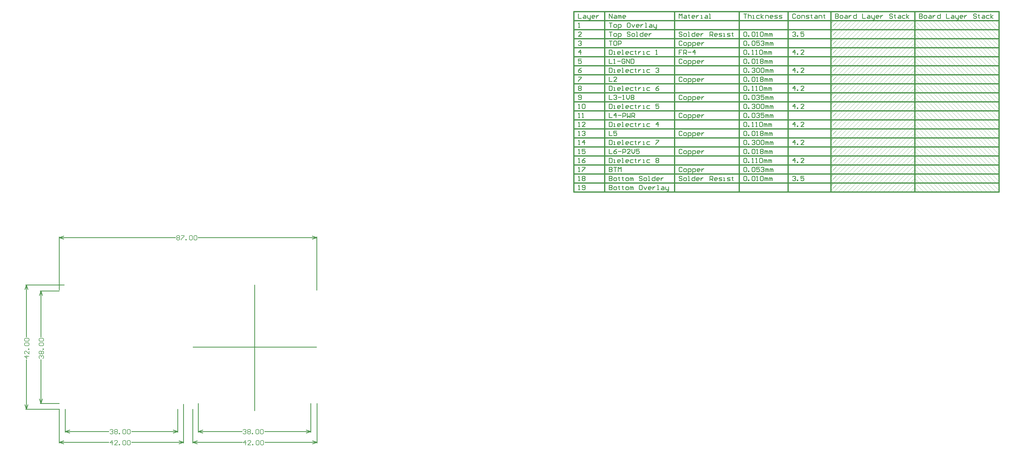
<source format=gm1>
G04 Layer_Color=16711935*
%FSAX24Y24*%
%MOIN*%
G70*
G01*
G75*
%ADD68C,0.0098*%
%ADD80C,0.0100*%
%ADD199C,0.0150*%
%ADD200C,0.0010*%
%ADD201C,0.0060*%
D68*
X035984Y009802D02*
Y026534D01*
D80*
X010000Y005510D02*
Y010000D01*
X026535Y005510D02*
Y010663D01*
X010000Y005610D02*
X016598D01*
X019617D02*
X026535D01*
X010000D02*
X010600Y005410D01*
X010000Y005610D02*
X010600Y005810D01*
X025935D02*
X026535Y005610D01*
X025935Y005410D02*
X026535Y005610D01*
X005540Y010000D02*
X010030D01*
X005540Y026535D02*
X010663D01*
X005640Y010000D02*
Y016598D01*
Y019617D02*
Y026535D01*
Y010000D02*
X005840Y010600D01*
X005440D02*
X005640Y010000D01*
X005440Y025935D02*
X005640Y026535D01*
X005840Y025935D01*
X007469Y025748D02*
X009998D01*
X007469Y010787D02*
X009998D01*
X007569Y019617D02*
Y025748D01*
Y010787D02*
Y016598D01*
X007369Y025148D02*
X007569Y025748D01*
X007769Y025148D01*
X007569Y010787D02*
X007769Y011387D01*
X007369D02*
X007569Y010787D01*
X025748Y006957D02*
Y009998D01*
X010787Y006957D02*
Y009998D01*
X019617Y007057D02*
X025748D01*
X010787D02*
X016598D01*
X025148Y007257D02*
X025748Y007057D01*
X025148Y006857D02*
X025748Y007057D01*
X010787D02*
X011387Y006857D01*
X010787Y007057D02*
X011387Y007257D01*
X027746Y005510D02*
Y010000D01*
X044282Y005510D02*
Y010768D01*
X027746Y005610D02*
X034344D01*
X037363D02*
X044282D01*
X027746D02*
X028346Y005410D01*
X027746Y005610D02*
X028346Y005810D01*
X043682D02*
X044282Y005610D01*
X043682Y005410D02*
X044282Y005610D01*
X043465Y006957D02*
Y010787D01*
X028504Y006957D02*
Y010787D01*
X037334Y007057D02*
X043465D01*
X028504D02*
X034315D01*
X042865Y007257D02*
X043465Y007057D01*
X042865Y006857D02*
X043465Y007057D01*
X028504D02*
X029104Y006857D01*
X028504Y007057D02*
X029104Y007257D01*
X010000Y025873D02*
Y032953D01*
X044252Y025848D02*
Y032953D01*
X010000Y032853D02*
X025456D01*
X028476D02*
X044252D01*
X010000D02*
X010600Y032653D01*
X010000Y032853D02*
X010600Y033053D01*
X043652D02*
X044252Y032853D01*
X043652Y032653D02*
X044252Y032853D01*
X027805Y018266D02*
X044222D01*
X124442Y062619D02*
Y062019D01*
X124742D01*
X124842Y062119D01*
Y062219D01*
X124742Y062319D01*
X124442D01*
X124742D01*
X124842Y062419D01*
Y062519D01*
X124742Y062619D01*
X124442D01*
X125142Y062019D02*
X125342D01*
X125442Y062119D01*
Y062319D01*
X125342Y062419D01*
X125142D01*
X125042Y062319D01*
Y062119D01*
X125142Y062019D01*
X125742Y062419D02*
X125942D01*
X126042Y062319D01*
Y062019D01*
X125742D01*
X125642Y062119D01*
X125742Y062219D01*
X126042D01*
X126242Y062419D02*
Y062019D01*
Y062219D01*
X126342Y062319D01*
X126442Y062419D01*
X126542D01*
X127241Y062619D02*
Y062019D01*
X126941D01*
X126841Y062119D01*
Y062319D01*
X126941Y062419D01*
X127241D01*
X128041Y062619D02*
Y062019D01*
X128441D01*
X128741Y062419D02*
X128941D01*
X129041Y062319D01*
Y062019D01*
X128741D01*
X128641Y062119D01*
X128741Y062219D01*
X129041D01*
X129241Y062419D02*
Y062119D01*
X129341Y062019D01*
X129641D01*
Y061919D01*
X129541Y061819D01*
X129441D01*
X129641Y062019D02*
Y062419D01*
X130140Y062019D02*
X129940D01*
X129840Y062119D01*
Y062319D01*
X129940Y062419D01*
X130140D01*
X130240Y062319D01*
Y062219D01*
X129840D01*
X130440Y062419D02*
Y062019D01*
Y062219D01*
X130540Y062319D01*
X130640Y062419D01*
X130740D01*
X132040Y062519D02*
X131940Y062619D01*
X131740D01*
X131640Y062519D01*
Y062419D01*
X131740Y062319D01*
X131940D01*
X132040Y062219D01*
Y062119D01*
X131940Y062019D01*
X131740D01*
X131640Y062119D01*
X132340Y062519D02*
Y062419D01*
X132240D01*
X132440D01*
X132340D01*
Y062119D01*
X132440Y062019D01*
X132840Y062419D02*
X133039D01*
X133139Y062319D01*
Y062019D01*
X132840D01*
X132740Y062119D01*
X132840Y062219D01*
X133139D01*
X133739Y062419D02*
X133439D01*
X133339Y062319D01*
Y062119D01*
X133439Y062019D01*
X133739D01*
X133939D02*
Y062619D01*
Y062219D02*
X134239Y062419D01*
X133939Y062219D02*
X134239Y062019D01*
X113245Y062619D02*
Y062019D01*
X113545D01*
X113645Y062119D01*
Y062219D01*
X113545Y062319D01*
X113245D01*
X113545D01*
X113645Y062419D01*
Y062519D01*
X113545Y062619D01*
X113245D01*
X113945Y062019D02*
X114145D01*
X114245Y062119D01*
Y062319D01*
X114145Y062419D01*
X113945D01*
X113845Y062319D01*
Y062119D01*
X113945Y062019D01*
X114545Y062419D02*
X114745D01*
X114845Y062319D01*
Y062019D01*
X114545D01*
X114445Y062119D01*
X114545Y062219D01*
X114845D01*
X115045Y062419D02*
Y062019D01*
Y062219D01*
X115145Y062319D01*
X115245Y062419D01*
X115345D01*
X116045Y062619D02*
Y062019D01*
X115745D01*
X115645Y062119D01*
Y062319D01*
X115745Y062419D01*
X116045D01*
X116844Y062619D02*
Y062019D01*
X117244D01*
X117544Y062419D02*
X117744D01*
X117844Y062319D01*
Y062019D01*
X117544D01*
X117444Y062119D01*
X117544Y062219D01*
X117844D01*
X118044Y062419D02*
Y062119D01*
X118144Y062019D01*
X118444D01*
Y061919D01*
X118344Y061819D01*
X118244D01*
X118444Y062019D02*
Y062419D01*
X118944Y062019D02*
X118744D01*
X118644Y062119D01*
Y062319D01*
X118744Y062419D01*
X118944D01*
X119044Y062319D01*
Y062219D01*
X118644D01*
X119243Y062419D02*
Y062019D01*
Y062219D01*
X119343Y062319D01*
X119443Y062419D01*
X119543D01*
X120843Y062519D02*
X120743Y062619D01*
X120543D01*
X120443Y062519D01*
Y062419D01*
X120543Y062319D01*
X120743D01*
X120843Y062219D01*
Y062119D01*
X120743Y062019D01*
X120543D01*
X120443Y062119D01*
X121143Y062519D02*
Y062419D01*
X121043D01*
X121243D01*
X121143D01*
Y062119D01*
X121243Y062019D01*
X121643Y062419D02*
X121843D01*
X121943Y062319D01*
Y062019D01*
X121643D01*
X121543Y062119D01*
X121643Y062219D01*
X121943D01*
X122542Y062419D02*
X122243D01*
X122143Y062319D01*
Y062119D01*
X122243Y062019D01*
X122542D01*
X122742D02*
Y062619D01*
Y062219D02*
X123042Y062419D01*
X122742Y062219D02*
X123042Y062019D01*
X107547Y060119D02*
X107647Y060219D01*
X107847D01*
X107947Y060119D01*
Y060019D01*
X107847Y059919D01*
X107747D01*
X107847D01*
X107947Y059819D01*
Y059719D01*
X107847Y059619D01*
X107647D01*
X107547Y059719D01*
X108147Y059619D02*
Y059719D01*
X108247D01*
Y059619D01*
X108147D01*
X109046Y060219D02*
X108646D01*
Y059919D01*
X108846Y060019D01*
X108946D01*
X109046Y059919D01*
Y059719D01*
X108946Y059619D01*
X108746D01*
X108646Y059719D01*
X107847Y057219D02*
Y057819D01*
X107547Y057519D01*
X107947D01*
X108147Y057219D02*
Y057319D01*
X108247D01*
Y057219D01*
X108147D01*
X109046D02*
X108646D01*
X109046Y057619D01*
Y057719D01*
X108946Y057819D01*
X108746D01*
X108646Y057719D01*
X107847Y054819D02*
Y055419D01*
X107547Y055119D01*
X107947D01*
X108147Y054819D02*
Y054919D01*
X108247D01*
Y054819D01*
X108147D01*
X109046D02*
X108646D01*
X109046Y055219D01*
Y055319D01*
X108946Y055419D01*
X108746D01*
X108646Y055319D01*
X107847Y052419D02*
Y053019D01*
X107547Y052719D01*
X107947D01*
X108147Y052419D02*
Y052519D01*
X108247D01*
Y052419D01*
X108147D01*
X109046D02*
X108646D01*
X109046Y052819D01*
Y052919D01*
X108946Y053019D01*
X108746D01*
X108646Y052919D01*
X107847Y050019D02*
Y050619D01*
X107547Y050319D01*
X107947D01*
X108147Y050019D02*
Y050119D01*
X108247D01*
Y050019D01*
X108147D01*
X109046D02*
X108646D01*
X109046Y050419D01*
Y050519D01*
X108946Y050619D01*
X108746D01*
X108646Y050519D01*
X107847Y047619D02*
Y048219D01*
X107547Y047919D01*
X107947D01*
X108147Y047619D02*
Y047719D01*
X108247D01*
Y047619D01*
X108147D01*
X109046D02*
X108646D01*
X109046Y048019D01*
Y048119D01*
X108946Y048219D01*
X108746D01*
X108646Y048119D01*
X107847Y045219D02*
Y045819D01*
X107547Y045519D01*
X107947D01*
X108147Y045219D02*
Y045319D01*
X108247D01*
Y045219D01*
X108147D01*
X109046D02*
X108646D01*
X109046Y045619D01*
Y045719D01*
X108946Y045819D01*
X108746D01*
X108646Y045719D01*
X107847Y042819D02*
Y043419D01*
X107547Y043119D01*
X107947D01*
X108147Y042819D02*
Y042919D01*
X108247D01*
Y042819D01*
X108147D01*
X109046D02*
X108646D01*
X109046Y043219D01*
Y043319D01*
X108946Y043419D01*
X108746D01*
X108646Y043319D01*
X107547Y040919D02*
X107647Y041019D01*
X107847D01*
X107947Y040919D01*
Y040819D01*
X107847Y040719D01*
X107747D01*
X107847D01*
X107947Y040619D01*
Y040519D01*
X107847Y040419D01*
X107647D01*
X107547Y040519D01*
X108147Y040419D02*
Y040519D01*
X108247D01*
Y040419D01*
X108147D01*
X109046Y041019D02*
X108646D01*
Y040719D01*
X108846Y040819D01*
X108946D01*
X109046Y040719D01*
Y040519D01*
X108946Y040419D01*
X108746D01*
X108646Y040519D01*
X107947Y062519D02*
X107847Y062619D01*
X107647D01*
X107547Y062519D01*
Y062119D01*
X107647Y062019D01*
X107847D01*
X107947Y062119D01*
X108247Y062019D02*
X108447D01*
X108546Y062119D01*
Y062319D01*
X108447Y062419D01*
X108247D01*
X108147Y062319D01*
Y062119D01*
X108247Y062019D01*
X108746D02*
Y062419D01*
X109046D01*
X109146Y062319D01*
Y062019D01*
X109346D02*
X109646D01*
X109746Y062119D01*
X109646Y062219D01*
X109446D01*
X109346Y062319D01*
X109446Y062419D01*
X109746D01*
X110046Y062519D02*
Y062419D01*
X109946D01*
X110146D01*
X110046D01*
Y062119D01*
X110146Y062019D01*
X110546Y062419D02*
X110746D01*
X110846Y062319D01*
Y062019D01*
X110546D01*
X110446Y062119D01*
X110546Y062219D01*
X110846D01*
X111046Y062019D02*
Y062419D01*
X111346D01*
X111446Y062319D01*
Y062019D01*
X111745Y062519D02*
Y062419D01*
X111645D01*
X111845D01*
X111745D01*
Y062119D01*
X111845Y062019D01*
X101048Y060119D02*
X101148Y060219D01*
X101348D01*
X101448Y060119D01*
Y059719D01*
X101348Y059619D01*
X101148D01*
X101048Y059719D01*
Y060119D01*
X101648Y059619D02*
Y059719D01*
X101748D01*
Y059619D01*
X101648D01*
X102148Y060119D02*
X102248Y060219D01*
X102448D01*
X102548Y060119D01*
Y059719D01*
X102448Y059619D01*
X102248D01*
X102148Y059719D01*
Y060119D01*
X102748Y059619D02*
X102948D01*
X102848D01*
Y060219D01*
X102748Y060119D01*
X103248D02*
X103348Y060219D01*
X103548D01*
X103648Y060119D01*
Y059719D01*
X103548Y059619D01*
X103348D01*
X103248Y059719D01*
Y060119D01*
X103848Y059619D02*
Y060019D01*
X103948D01*
X104047Y059919D01*
Y059619D01*
Y059919D01*
X104147Y060019D01*
X104247Y059919D01*
Y059619D01*
X104447D02*
Y060019D01*
X104547D01*
X104647Y059919D01*
Y059619D01*
Y059919D01*
X104747Y060019D01*
X104847Y059919D01*
Y059619D01*
X101048Y058919D02*
X101148Y059019D01*
X101348D01*
X101448Y058919D01*
Y058519D01*
X101348Y058419D01*
X101148D01*
X101048Y058519D01*
Y058919D01*
X101648Y058419D02*
Y058519D01*
X101748D01*
Y058419D01*
X101648D01*
X102148Y058919D02*
X102248Y059019D01*
X102448D01*
X102548Y058919D01*
Y058519D01*
X102448Y058419D01*
X102248D01*
X102148Y058519D01*
Y058919D01*
X103148Y059019D02*
X102748D01*
Y058719D01*
X102948Y058819D01*
X103048D01*
X103148Y058719D01*
Y058519D01*
X103048Y058419D01*
X102848D01*
X102748Y058519D01*
X103348Y058919D02*
X103448Y059019D01*
X103648D01*
X103748Y058919D01*
Y058819D01*
X103648Y058719D01*
X103548D01*
X103648D01*
X103748Y058619D01*
Y058519D01*
X103648Y058419D01*
X103448D01*
X103348Y058519D01*
X103948Y058419D02*
Y058819D01*
X104047D01*
X104147Y058719D01*
Y058419D01*
Y058719D01*
X104247Y058819D01*
X104347Y058719D01*
Y058419D01*
X104547D02*
Y058819D01*
X104647D01*
X104747Y058719D01*
Y058419D01*
Y058719D01*
X104847Y058819D01*
X104947Y058719D01*
Y058419D01*
X101048Y057719D02*
X101148Y057819D01*
X101348D01*
X101448Y057719D01*
Y057319D01*
X101348Y057219D01*
X101148D01*
X101048Y057319D01*
Y057719D01*
X101648Y057219D02*
Y057319D01*
X101748D01*
Y057219D01*
X101648D01*
X102148D02*
X102348D01*
X102248D01*
Y057819D01*
X102148Y057719D01*
X102648Y057219D02*
X102848D01*
X102748D01*
Y057819D01*
X102648Y057719D01*
X103148D02*
X103248Y057819D01*
X103448D01*
X103548Y057719D01*
Y057319D01*
X103448Y057219D01*
X103248D01*
X103148Y057319D01*
Y057719D01*
X103748Y057219D02*
Y057619D01*
X103848D01*
X103948Y057519D01*
Y057219D01*
Y057519D01*
X104047Y057619D01*
X104147Y057519D01*
Y057219D01*
X104347D02*
Y057619D01*
X104447D01*
X104547Y057519D01*
Y057219D01*
Y057519D01*
X104647Y057619D01*
X104747Y057519D01*
Y057219D01*
X101048Y056519D02*
X101148Y056619D01*
X101348D01*
X101448Y056519D01*
Y056119D01*
X101348Y056019D01*
X101148D01*
X101048Y056119D01*
Y056519D01*
X101648Y056019D02*
Y056119D01*
X101748D01*
Y056019D01*
X101648D01*
X102148Y056519D02*
X102248Y056619D01*
X102448D01*
X102548Y056519D01*
Y056119D01*
X102448Y056019D01*
X102248D01*
X102148Y056119D01*
Y056519D01*
X102748Y056019D02*
X102948D01*
X102848D01*
Y056619D01*
X102748Y056519D01*
X103248D02*
X103348Y056619D01*
X103548D01*
X103648Y056519D01*
Y056419D01*
X103548Y056319D01*
X103648Y056219D01*
Y056119D01*
X103548Y056019D01*
X103348D01*
X103248Y056119D01*
Y056219D01*
X103348Y056319D01*
X103248Y056419D01*
Y056519D01*
X103348Y056319D02*
X103548D01*
X103848Y056019D02*
Y056419D01*
X103948D01*
X104047Y056319D01*
Y056019D01*
Y056319D01*
X104147Y056419D01*
X104247Y056319D01*
Y056019D01*
X104447D02*
Y056419D01*
X104547D01*
X104647Y056319D01*
Y056019D01*
Y056319D01*
X104747Y056419D01*
X104847Y056319D01*
Y056019D01*
X101048Y055319D02*
X101148Y055419D01*
X101348D01*
X101448Y055319D01*
Y054919D01*
X101348Y054819D01*
X101148D01*
X101048Y054919D01*
Y055319D01*
X101648Y054819D02*
Y054919D01*
X101748D01*
Y054819D01*
X101648D01*
X102148Y055319D02*
X102248Y055419D01*
X102448D01*
X102548Y055319D01*
Y055219D01*
X102448Y055119D01*
X102348D01*
X102448D01*
X102548Y055019D01*
Y054919D01*
X102448Y054819D01*
X102248D01*
X102148Y054919D01*
X102748Y055319D02*
X102848Y055419D01*
X103048D01*
X103148Y055319D01*
Y054919D01*
X103048Y054819D01*
X102848D01*
X102748Y054919D01*
Y055319D01*
X103348D02*
X103448Y055419D01*
X103648D01*
X103748Y055319D01*
Y054919D01*
X103648Y054819D01*
X103448D01*
X103348Y054919D01*
Y055319D01*
X103948Y054819D02*
Y055219D01*
X104047D01*
X104147Y055119D01*
Y054819D01*
Y055119D01*
X104247Y055219D01*
X104347Y055119D01*
Y054819D01*
X104547D02*
Y055219D01*
X104647D01*
X104747Y055119D01*
Y054819D01*
Y055119D01*
X104847Y055219D01*
X104947Y055119D01*
Y054819D01*
X101048Y054119D02*
X101148Y054219D01*
X101348D01*
X101448Y054119D01*
Y053719D01*
X101348Y053619D01*
X101148D01*
X101048Y053719D01*
Y054119D01*
X101648Y053619D02*
Y053719D01*
X101748D01*
Y053619D01*
X101648D01*
X102148Y054119D02*
X102248Y054219D01*
X102448D01*
X102548Y054119D01*
Y053719D01*
X102448Y053619D01*
X102248D01*
X102148Y053719D01*
Y054119D01*
X102748Y053619D02*
X102948D01*
X102848D01*
Y054219D01*
X102748Y054119D01*
X103248D02*
X103348Y054219D01*
X103548D01*
X103648Y054119D01*
Y054019D01*
X103548Y053919D01*
X103648Y053819D01*
Y053719D01*
X103548Y053619D01*
X103348D01*
X103248Y053719D01*
Y053819D01*
X103348Y053919D01*
X103248Y054019D01*
Y054119D01*
X103348Y053919D02*
X103548D01*
X103848Y053619D02*
Y054019D01*
X103948D01*
X104047Y053919D01*
Y053619D01*
Y053919D01*
X104147Y054019D01*
X104247Y053919D01*
Y053619D01*
X104447D02*
Y054019D01*
X104547D01*
X104647Y053919D01*
Y053619D01*
Y053919D01*
X104747Y054019D01*
X104847Y053919D01*
Y053619D01*
X101048Y052919D02*
X101148Y053019D01*
X101348D01*
X101448Y052919D01*
Y052519D01*
X101348Y052419D01*
X101148D01*
X101048Y052519D01*
Y052919D01*
X101648Y052419D02*
Y052519D01*
X101748D01*
Y052419D01*
X101648D01*
X102148D02*
X102348D01*
X102248D01*
Y053019D01*
X102148Y052919D01*
X102648Y052419D02*
X102848D01*
X102748D01*
Y053019D01*
X102648Y052919D01*
X103148D02*
X103248Y053019D01*
X103448D01*
X103548Y052919D01*
Y052519D01*
X103448Y052419D01*
X103248D01*
X103148Y052519D01*
Y052919D01*
X103748Y052419D02*
Y052819D01*
X103848D01*
X103948Y052719D01*
Y052419D01*
Y052719D01*
X104047Y052819D01*
X104147Y052719D01*
Y052419D01*
X104347D02*
Y052819D01*
X104447D01*
X104547Y052719D01*
Y052419D01*
Y052719D01*
X104647Y052819D01*
X104747Y052719D01*
Y052419D01*
X101048Y051719D02*
X101148Y051819D01*
X101348D01*
X101448Y051719D01*
Y051319D01*
X101348Y051219D01*
X101148D01*
X101048Y051319D01*
Y051719D01*
X101648Y051219D02*
Y051319D01*
X101748D01*
Y051219D01*
X101648D01*
X102148Y051719D02*
X102248Y051819D01*
X102448D01*
X102548Y051719D01*
Y051319D01*
X102448Y051219D01*
X102248D01*
X102148Y051319D01*
Y051719D01*
X102748D02*
X102848Y051819D01*
X103048D01*
X103148Y051719D01*
Y051619D01*
X103048Y051519D01*
X102948D01*
X103048D01*
X103148Y051419D01*
Y051319D01*
X103048Y051219D01*
X102848D01*
X102748Y051319D01*
X103748Y051819D02*
X103348D01*
Y051519D01*
X103548Y051619D01*
X103648D01*
X103748Y051519D01*
Y051319D01*
X103648Y051219D01*
X103448D01*
X103348Y051319D01*
X103948Y051219D02*
Y051619D01*
X104047D01*
X104147Y051519D01*
Y051219D01*
Y051519D01*
X104247Y051619D01*
X104347Y051519D01*
Y051219D01*
X104547D02*
Y051619D01*
X104647D01*
X104747Y051519D01*
Y051219D01*
Y051519D01*
X104847Y051619D01*
X104947Y051519D01*
Y051219D01*
X101048Y050519D02*
X101148Y050619D01*
X101348D01*
X101448Y050519D01*
Y050119D01*
X101348Y050019D01*
X101148D01*
X101048Y050119D01*
Y050519D01*
X101648Y050019D02*
Y050119D01*
X101748D01*
Y050019D01*
X101648D01*
X102148Y050519D02*
X102248Y050619D01*
X102448D01*
X102548Y050519D01*
Y050419D01*
X102448Y050319D01*
X102348D01*
X102448D01*
X102548Y050219D01*
Y050119D01*
X102448Y050019D01*
X102248D01*
X102148Y050119D01*
X102748Y050519D02*
X102848Y050619D01*
X103048D01*
X103148Y050519D01*
Y050119D01*
X103048Y050019D01*
X102848D01*
X102748Y050119D01*
Y050519D01*
X103348D02*
X103448Y050619D01*
X103648D01*
X103748Y050519D01*
Y050119D01*
X103648Y050019D01*
X103448D01*
X103348Y050119D01*
Y050519D01*
X103948Y050019D02*
Y050419D01*
X104047D01*
X104147Y050319D01*
Y050019D01*
Y050319D01*
X104247Y050419D01*
X104347Y050319D01*
Y050019D01*
X104547D02*
Y050419D01*
X104647D01*
X104747Y050319D01*
Y050019D01*
Y050319D01*
X104847Y050419D01*
X104947Y050319D01*
Y050019D01*
X101048Y049319D02*
X101148Y049419D01*
X101348D01*
X101448Y049319D01*
Y048919D01*
X101348Y048819D01*
X101148D01*
X101048Y048919D01*
Y049319D01*
X101648Y048819D02*
Y048919D01*
X101748D01*
Y048819D01*
X101648D01*
X102148Y049319D02*
X102248Y049419D01*
X102448D01*
X102548Y049319D01*
Y048919D01*
X102448Y048819D01*
X102248D01*
X102148Y048919D01*
Y049319D01*
X102748D02*
X102848Y049419D01*
X103048D01*
X103148Y049319D01*
Y049219D01*
X103048Y049119D01*
X102948D01*
X103048D01*
X103148Y049019D01*
Y048919D01*
X103048Y048819D01*
X102848D01*
X102748Y048919D01*
X103748Y049419D02*
X103348D01*
Y049119D01*
X103548Y049219D01*
X103648D01*
X103748Y049119D01*
Y048919D01*
X103648Y048819D01*
X103448D01*
X103348Y048919D01*
X103948Y048819D02*
Y049219D01*
X104047D01*
X104147Y049119D01*
Y048819D01*
Y049119D01*
X104247Y049219D01*
X104347Y049119D01*
Y048819D01*
X104547D02*
Y049219D01*
X104647D01*
X104747Y049119D01*
Y048819D01*
Y049119D01*
X104847Y049219D01*
X104947Y049119D01*
Y048819D01*
X101048Y048119D02*
X101148Y048219D01*
X101348D01*
X101448Y048119D01*
Y047719D01*
X101348Y047619D01*
X101148D01*
X101048Y047719D01*
Y048119D01*
X101648Y047619D02*
Y047719D01*
X101748D01*
Y047619D01*
X101648D01*
X102148D02*
X102348D01*
X102248D01*
Y048219D01*
X102148Y048119D01*
X102648Y047619D02*
X102848D01*
X102748D01*
Y048219D01*
X102648Y048119D01*
X103148D02*
X103248Y048219D01*
X103448D01*
X103548Y048119D01*
Y047719D01*
X103448Y047619D01*
X103248D01*
X103148Y047719D01*
Y048119D01*
X103748Y047619D02*
Y048019D01*
X103848D01*
X103948Y047919D01*
Y047619D01*
Y047919D01*
X104047Y048019D01*
X104147Y047919D01*
Y047619D01*
X104347D02*
Y048019D01*
X104447D01*
X104547Y047919D01*
Y047619D01*
Y047919D01*
X104647Y048019D01*
X104747Y047919D01*
Y047619D01*
X101048Y046919D02*
X101148Y047019D01*
X101348D01*
X101448Y046919D01*
Y046519D01*
X101348Y046419D01*
X101148D01*
X101048Y046519D01*
Y046919D01*
X101648Y046419D02*
Y046519D01*
X101748D01*
Y046419D01*
X101648D01*
X102148Y046919D02*
X102248Y047019D01*
X102448D01*
X102548Y046919D01*
Y046519D01*
X102448Y046419D01*
X102248D01*
X102148Y046519D01*
Y046919D01*
X102748Y046419D02*
X102948D01*
X102848D01*
Y047019D01*
X102748Y046919D01*
X103248D02*
X103348Y047019D01*
X103548D01*
X103648Y046919D01*
Y046819D01*
X103548Y046719D01*
X103648Y046619D01*
Y046519D01*
X103548Y046419D01*
X103348D01*
X103248Y046519D01*
Y046619D01*
X103348Y046719D01*
X103248Y046819D01*
Y046919D01*
X103348Y046719D02*
X103548D01*
X103848Y046419D02*
Y046819D01*
X103948D01*
X104047Y046719D01*
Y046419D01*
Y046719D01*
X104147Y046819D01*
X104247Y046719D01*
Y046419D01*
X104447D02*
Y046819D01*
X104547D01*
X104647Y046719D01*
Y046419D01*
Y046719D01*
X104747Y046819D01*
X104847Y046719D01*
Y046419D01*
X101048Y045719D02*
X101148Y045819D01*
X101348D01*
X101448Y045719D01*
Y045319D01*
X101348Y045219D01*
X101148D01*
X101048Y045319D01*
Y045719D01*
X101648Y045219D02*
Y045319D01*
X101748D01*
Y045219D01*
X101648D01*
X102148Y045719D02*
X102248Y045819D01*
X102448D01*
X102548Y045719D01*
Y045619D01*
X102448Y045519D01*
X102348D01*
X102448D01*
X102548Y045419D01*
Y045319D01*
X102448Y045219D01*
X102248D01*
X102148Y045319D01*
X102748Y045719D02*
X102848Y045819D01*
X103048D01*
X103148Y045719D01*
Y045319D01*
X103048Y045219D01*
X102848D01*
X102748Y045319D01*
Y045719D01*
X103348D02*
X103448Y045819D01*
X103648D01*
X103748Y045719D01*
Y045319D01*
X103648Y045219D01*
X103448D01*
X103348Y045319D01*
Y045719D01*
X103948Y045219D02*
Y045619D01*
X104047D01*
X104147Y045519D01*
Y045219D01*
Y045519D01*
X104247Y045619D01*
X104347Y045519D01*
Y045219D01*
X104547D02*
Y045619D01*
X104647D01*
X104747Y045519D01*
Y045219D01*
Y045519D01*
X104847Y045619D01*
X104947Y045519D01*
Y045219D01*
X101048Y044519D02*
X101148Y044619D01*
X101348D01*
X101448Y044519D01*
Y044119D01*
X101348Y044019D01*
X101148D01*
X101048Y044119D01*
Y044519D01*
X101648Y044019D02*
Y044119D01*
X101748D01*
Y044019D01*
X101648D01*
X102148Y044519D02*
X102248Y044619D01*
X102448D01*
X102548Y044519D01*
Y044119D01*
X102448Y044019D01*
X102248D01*
X102148Y044119D01*
Y044519D01*
X102748Y044019D02*
X102948D01*
X102848D01*
Y044619D01*
X102748Y044519D01*
X103248D02*
X103348Y044619D01*
X103548D01*
X103648Y044519D01*
Y044419D01*
X103548Y044319D01*
X103648Y044219D01*
Y044119D01*
X103548Y044019D01*
X103348D01*
X103248Y044119D01*
Y044219D01*
X103348Y044319D01*
X103248Y044419D01*
Y044519D01*
X103348Y044319D02*
X103548D01*
X103848Y044019D02*
Y044419D01*
X103948D01*
X104047Y044319D01*
Y044019D01*
Y044319D01*
X104147Y044419D01*
X104247Y044319D01*
Y044019D01*
X104447D02*
Y044419D01*
X104547D01*
X104647Y044319D01*
Y044019D01*
Y044319D01*
X104747Y044419D01*
X104847Y044319D01*
Y044019D01*
X101048Y043319D02*
X101148Y043419D01*
X101348D01*
X101448Y043319D01*
Y042919D01*
X101348Y042819D01*
X101148D01*
X101048Y042919D01*
Y043319D01*
X101648Y042819D02*
Y042919D01*
X101748D01*
Y042819D01*
X101648D01*
X102148D02*
X102348D01*
X102248D01*
Y043419D01*
X102148Y043319D01*
X102648Y042819D02*
X102848D01*
X102748D01*
Y043419D01*
X102648Y043319D01*
X103148D02*
X103248Y043419D01*
X103448D01*
X103548Y043319D01*
Y042919D01*
X103448Y042819D01*
X103248D01*
X103148Y042919D01*
Y043319D01*
X103748Y042819D02*
Y043219D01*
X103848D01*
X103948Y043119D01*
Y042819D01*
Y043119D01*
X104047Y043219D01*
X104147Y043119D01*
Y042819D01*
X104347D02*
Y043219D01*
X104447D01*
X104547Y043119D01*
Y042819D01*
Y043119D01*
X104647Y043219D01*
X104747Y043119D01*
Y042819D01*
X101048Y042119D02*
X101148Y042219D01*
X101348D01*
X101448Y042119D01*
Y041719D01*
X101348Y041619D01*
X101148D01*
X101048Y041719D01*
Y042119D01*
X101648Y041619D02*
Y041719D01*
X101748D01*
Y041619D01*
X101648D01*
X102148Y042119D02*
X102248Y042219D01*
X102448D01*
X102548Y042119D01*
Y041719D01*
X102448Y041619D01*
X102248D01*
X102148Y041719D01*
Y042119D01*
X103148Y042219D02*
X102748D01*
Y041919D01*
X102948Y042019D01*
X103048D01*
X103148Y041919D01*
Y041719D01*
X103048Y041619D01*
X102848D01*
X102748Y041719D01*
X103348Y042119D02*
X103448Y042219D01*
X103648D01*
X103748Y042119D01*
Y042019D01*
X103648Y041919D01*
X103548D01*
X103648D01*
X103748Y041819D01*
Y041719D01*
X103648Y041619D01*
X103448D01*
X103348Y041719D01*
X103948Y041619D02*
Y042019D01*
X104047D01*
X104147Y041919D01*
Y041619D01*
Y041919D01*
X104247Y042019D01*
X104347Y041919D01*
Y041619D01*
X104547D02*
Y042019D01*
X104647D01*
X104747Y041919D01*
Y041619D01*
Y041919D01*
X104847Y042019D01*
X104947Y041919D01*
Y041619D01*
X101048Y040919D02*
X101148Y041019D01*
X101348D01*
X101448Y040919D01*
Y040519D01*
X101348Y040419D01*
X101148D01*
X101048Y040519D01*
Y040919D01*
X101648Y040419D02*
Y040519D01*
X101748D01*
Y040419D01*
X101648D01*
X102148Y040919D02*
X102248Y041019D01*
X102448D01*
X102548Y040919D01*
Y040519D01*
X102448Y040419D01*
X102248D01*
X102148Y040519D01*
Y040919D01*
X102748Y040419D02*
X102948D01*
X102848D01*
Y041019D01*
X102748Y040919D01*
X103248D02*
X103348Y041019D01*
X103548D01*
X103648Y040919D01*
Y040519D01*
X103548Y040419D01*
X103348D01*
X103248Y040519D01*
Y040919D01*
X103848Y040419D02*
Y040819D01*
X103948D01*
X104047Y040719D01*
Y040419D01*
Y040719D01*
X104147Y040819D01*
X104247Y040719D01*
Y040419D01*
X104447D02*
Y040819D01*
X104547D01*
X104647Y040719D01*
Y040419D01*
Y040719D01*
X104747Y040819D01*
X104847Y040719D01*
Y040419D01*
X101048Y062619D02*
X101448D01*
X101248D01*
Y062019D01*
X101648Y062619D02*
Y062019D01*
Y062319D01*
X101748Y062419D01*
X101948D01*
X102048Y062319D01*
Y062019D01*
X102248D02*
X102448D01*
X102348D01*
Y062419D01*
X102248D01*
X103148D02*
X102848D01*
X102748Y062319D01*
Y062119D01*
X102848Y062019D01*
X103148D01*
X103348D02*
Y062619D01*
Y062219D02*
X103648Y062419D01*
X103348Y062219D02*
X103648Y062019D01*
X103948D02*
Y062419D01*
X104247D01*
X104347Y062319D01*
Y062019D01*
X104847D02*
X104647D01*
X104547Y062119D01*
Y062319D01*
X104647Y062419D01*
X104847D01*
X104947Y062319D01*
Y062219D01*
X104547D01*
X105147Y062019D02*
X105447D01*
X105547Y062119D01*
X105447Y062219D01*
X105247D01*
X105147Y062319D01*
X105247Y062419D01*
X105547D01*
X105747Y062019D02*
X106047D01*
X106147Y062119D01*
X106047Y062219D01*
X105847D01*
X105747Y062319D01*
X105847Y062419D01*
X106147D01*
X092851Y060119D02*
X092751Y060219D01*
X092551D01*
X092451Y060119D01*
Y060019D01*
X092551Y059919D01*
X092751D01*
X092851Y059819D01*
Y059719D01*
X092751Y059619D01*
X092551D01*
X092451Y059719D01*
X093151Y059619D02*
X093350D01*
X093450Y059719D01*
Y059919D01*
X093350Y060019D01*
X093151D01*
X093051Y059919D01*
Y059719D01*
X093151Y059619D01*
X093650D02*
X093850D01*
X093750D01*
Y060219D01*
X093650D01*
X094550D02*
Y059619D01*
X094250D01*
X094150Y059719D01*
Y059919D01*
X094250Y060019D01*
X094550D01*
X095050Y059619D02*
X094850D01*
X094750Y059719D01*
Y059919D01*
X094850Y060019D01*
X095050D01*
X095150Y059919D01*
Y059819D01*
X094750D01*
X095350Y060019D02*
Y059619D01*
Y059819D01*
X095450Y059919D01*
X095550Y060019D01*
X095650D01*
X096549Y059619D02*
Y060219D01*
X096849D01*
X096949Y060119D01*
Y059919D01*
X096849Y059819D01*
X096549D01*
X096749D02*
X096949Y059619D01*
X097449D02*
X097249D01*
X097149Y059719D01*
Y059919D01*
X097249Y060019D01*
X097449D01*
X097549Y059919D01*
Y059819D01*
X097149D01*
X097749Y059619D02*
X098049D01*
X098149Y059719D01*
X098049Y059819D01*
X097849D01*
X097749Y059919D01*
X097849Y060019D01*
X098149D01*
X098349Y059619D02*
X098549D01*
X098449D01*
Y060019D01*
X098349D01*
X098849Y059619D02*
X099149D01*
X099249Y059719D01*
X099149Y059819D01*
X098949D01*
X098849Y059919D01*
X098949Y060019D01*
X099249D01*
X099548Y060119D02*
Y060019D01*
X099449D01*
X099648D01*
X099548D01*
Y059719D01*
X099648Y059619D01*
X092851Y058919D02*
X092751Y059019D01*
X092551D01*
X092451Y058919D01*
Y058519D01*
X092551Y058419D01*
X092751D01*
X092851Y058519D01*
X093151Y058419D02*
X093350D01*
X093450Y058519D01*
Y058719D01*
X093350Y058819D01*
X093151D01*
X093051Y058719D01*
Y058519D01*
X093151Y058419D01*
X093650Y058219D02*
Y058819D01*
X093950D01*
X094050Y058719D01*
Y058519D01*
X093950Y058419D01*
X093650D01*
X094250Y058219D02*
Y058819D01*
X094550D01*
X094650Y058719D01*
Y058519D01*
X094550Y058419D01*
X094250D01*
X095150D02*
X094950D01*
X094850Y058519D01*
Y058719D01*
X094950Y058819D01*
X095150D01*
X095250Y058719D01*
Y058619D01*
X094850D01*
X095450Y058819D02*
Y058419D01*
Y058619D01*
X095550Y058719D01*
X095650Y058819D01*
X095750D01*
X092851Y057819D02*
X092451D01*
Y057519D01*
X092651D01*
X092451D01*
Y057219D01*
X093051D02*
Y057819D01*
X093350D01*
X093450Y057719D01*
Y057519D01*
X093350Y057419D01*
X093051D01*
X093251D02*
X093450Y057219D01*
X093650Y057519D02*
X094050D01*
X094550Y057219D02*
Y057819D01*
X094250Y057519D01*
X094650D01*
X092851Y056519D02*
X092751Y056619D01*
X092551D01*
X092451Y056519D01*
Y056119D01*
X092551Y056019D01*
X092751D01*
X092851Y056119D01*
X093151Y056019D02*
X093350D01*
X093450Y056119D01*
Y056319D01*
X093350Y056419D01*
X093151D01*
X093051Y056319D01*
Y056119D01*
X093151Y056019D01*
X093650Y055819D02*
Y056419D01*
X093950D01*
X094050Y056319D01*
Y056119D01*
X093950Y056019D01*
X093650D01*
X094250Y055819D02*
Y056419D01*
X094550D01*
X094650Y056319D01*
Y056119D01*
X094550Y056019D01*
X094250D01*
X095150D02*
X094950D01*
X094850Y056119D01*
Y056319D01*
X094950Y056419D01*
X095150D01*
X095250Y056319D01*
Y056219D01*
X094850D01*
X095450Y056419D02*
Y056019D01*
Y056219D01*
X095550Y056319D01*
X095650Y056419D01*
X095750D01*
X092851Y054119D02*
X092751Y054219D01*
X092551D01*
X092451Y054119D01*
Y053719D01*
X092551Y053619D01*
X092751D01*
X092851Y053719D01*
X093151Y053619D02*
X093350D01*
X093450Y053719D01*
Y053919D01*
X093350Y054019D01*
X093151D01*
X093051Y053919D01*
Y053719D01*
X093151Y053619D01*
X093650Y053419D02*
Y054019D01*
X093950D01*
X094050Y053919D01*
Y053719D01*
X093950Y053619D01*
X093650D01*
X094250Y053419D02*
Y054019D01*
X094550D01*
X094650Y053919D01*
Y053719D01*
X094550Y053619D01*
X094250D01*
X095150D02*
X094950D01*
X094850Y053719D01*
Y053919D01*
X094950Y054019D01*
X095150D01*
X095250Y053919D01*
Y053819D01*
X094850D01*
X095450Y054019D02*
Y053619D01*
Y053819D01*
X095550Y053919D01*
X095650Y054019D01*
X095750D01*
X092851Y051719D02*
X092751Y051819D01*
X092551D01*
X092451Y051719D01*
Y051319D01*
X092551Y051219D01*
X092751D01*
X092851Y051319D01*
X093151Y051219D02*
X093350D01*
X093450Y051319D01*
Y051519D01*
X093350Y051619D01*
X093151D01*
X093051Y051519D01*
Y051319D01*
X093151Y051219D01*
X093650Y051019D02*
Y051619D01*
X093950D01*
X094050Y051519D01*
Y051319D01*
X093950Y051219D01*
X093650D01*
X094250Y051019D02*
Y051619D01*
X094550D01*
X094650Y051519D01*
Y051319D01*
X094550Y051219D01*
X094250D01*
X095150D02*
X094950D01*
X094850Y051319D01*
Y051519D01*
X094950Y051619D01*
X095150D01*
X095250Y051519D01*
Y051419D01*
X094850D01*
X095450Y051619D02*
Y051219D01*
Y051419D01*
X095550Y051519D01*
X095650Y051619D01*
X095750D01*
X092851Y049319D02*
X092751Y049419D01*
X092551D01*
X092451Y049319D01*
Y048919D01*
X092551Y048819D01*
X092751D01*
X092851Y048919D01*
X093151Y048819D02*
X093350D01*
X093450Y048919D01*
Y049119D01*
X093350Y049219D01*
X093151D01*
X093051Y049119D01*
Y048919D01*
X093151Y048819D01*
X093650Y048619D02*
Y049219D01*
X093950D01*
X094050Y049119D01*
Y048919D01*
X093950Y048819D01*
X093650D01*
X094250Y048619D02*
Y049219D01*
X094550D01*
X094650Y049119D01*
Y048919D01*
X094550Y048819D01*
X094250D01*
X095150D02*
X094950D01*
X094850Y048919D01*
Y049119D01*
X094950Y049219D01*
X095150D01*
X095250Y049119D01*
Y049019D01*
X094850D01*
X095450Y049219D02*
Y048819D01*
Y049019D01*
X095550Y049119D01*
X095650Y049219D01*
X095750D01*
X092851Y046919D02*
X092751Y047019D01*
X092551D01*
X092451Y046919D01*
Y046519D01*
X092551Y046419D01*
X092751D01*
X092851Y046519D01*
X093151Y046419D02*
X093350D01*
X093450Y046519D01*
Y046719D01*
X093350Y046819D01*
X093151D01*
X093051Y046719D01*
Y046519D01*
X093151Y046419D01*
X093650Y046219D02*
Y046819D01*
X093950D01*
X094050Y046719D01*
Y046519D01*
X093950Y046419D01*
X093650D01*
X094250Y046219D02*
Y046819D01*
X094550D01*
X094650Y046719D01*
Y046519D01*
X094550Y046419D01*
X094250D01*
X095150D02*
X094950D01*
X094850Y046519D01*
Y046719D01*
X094950Y046819D01*
X095150D01*
X095250Y046719D01*
Y046619D01*
X094850D01*
X095450Y046819D02*
Y046419D01*
Y046619D01*
X095550Y046719D01*
X095650Y046819D01*
X095750D01*
X092851Y044519D02*
X092751Y044619D01*
X092551D01*
X092451Y044519D01*
Y044119D01*
X092551Y044019D01*
X092751D01*
X092851Y044119D01*
X093151Y044019D02*
X093350D01*
X093450Y044119D01*
Y044319D01*
X093350Y044419D01*
X093151D01*
X093051Y044319D01*
Y044119D01*
X093151Y044019D01*
X093650Y043819D02*
Y044419D01*
X093950D01*
X094050Y044319D01*
Y044119D01*
X093950Y044019D01*
X093650D01*
X094250Y043819D02*
Y044419D01*
X094550D01*
X094650Y044319D01*
Y044119D01*
X094550Y044019D01*
X094250D01*
X095150D02*
X094950D01*
X094850Y044119D01*
Y044319D01*
X094950Y044419D01*
X095150D01*
X095250Y044319D01*
Y044219D01*
X094850D01*
X095450Y044419D02*
Y044019D01*
Y044219D01*
X095550Y044319D01*
X095650Y044419D01*
X095750D01*
X092851Y042119D02*
X092751Y042219D01*
X092551D01*
X092451Y042119D01*
Y041719D01*
X092551Y041619D01*
X092751D01*
X092851Y041719D01*
X093151Y041619D02*
X093350D01*
X093450Y041719D01*
Y041919D01*
X093350Y042019D01*
X093151D01*
X093051Y041919D01*
Y041719D01*
X093151Y041619D01*
X093650Y041419D02*
Y042019D01*
X093950D01*
X094050Y041919D01*
Y041719D01*
X093950Y041619D01*
X093650D01*
X094250Y041419D02*
Y042019D01*
X094550D01*
X094650Y041919D01*
Y041719D01*
X094550Y041619D01*
X094250D01*
X095150D02*
X094950D01*
X094850Y041719D01*
Y041919D01*
X094950Y042019D01*
X095150D01*
X095250Y041919D01*
Y041819D01*
X094850D01*
X095450Y042019D02*
Y041619D01*
Y041819D01*
X095550Y041919D01*
X095650Y042019D01*
X095750D01*
X092851Y040919D02*
X092751Y041019D01*
X092551D01*
X092451Y040919D01*
Y040819D01*
X092551Y040719D01*
X092751D01*
X092851Y040619D01*
Y040519D01*
X092751Y040419D01*
X092551D01*
X092451Y040519D01*
X093151Y040419D02*
X093350D01*
X093450Y040519D01*
Y040719D01*
X093350Y040819D01*
X093151D01*
X093051Y040719D01*
Y040519D01*
X093151Y040419D01*
X093650D02*
X093850D01*
X093750D01*
Y041019D01*
X093650D01*
X094550D02*
Y040419D01*
X094250D01*
X094150Y040519D01*
Y040719D01*
X094250Y040819D01*
X094550D01*
X095050Y040419D02*
X094850D01*
X094750Y040519D01*
Y040719D01*
X094850Y040819D01*
X095050D01*
X095150Y040719D01*
Y040619D01*
X094750D01*
X095350Y040819D02*
Y040419D01*
Y040619D01*
X095450Y040719D01*
X095550Y040819D01*
X095650D01*
X096549Y040419D02*
Y041019D01*
X096849D01*
X096949Y040919D01*
Y040719D01*
X096849Y040619D01*
X096549D01*
X096749D02*
X096949Y040419D01*
X097449D02*
X097249D01*
X097149Y040519D01*
Y040719D01*
X097249Y040819D01*
X097449D01*
X097549Y040719D01*
Y040619D01*
X097149D01*
X097749Y040419D02*
X098049D01*
X098149Y040519D01*
X098049Y040619D01*
X097849D01*
X097749Y040719D01*
X097849Y040819D01*
X098149D01*
X098349Y040419D02*
X098549D01*
X098449D01*
Y040819D01*
X098349D01*
X098849Y040419D02*
X099149D01*
X099249Y040519D01*
X099149Y040619D01*
X098949D01*
X098849Y040719D01*
X098949Y040819D01*
X099249D01*
X099548Y040919D02*
Y040819D01*
X099449D01*
X099648D01*
X099548D01*
Y040519D01*
X099648Y040419D01*
X092451Y062019D02*
Y062619D01*
X092651Y062419D01*
X092851Y062619D01*
Y062019D01*
X093151Y062419D02*
X093350D01*
X093450Y062319D01*
Y062019D01*
X093151D01*
X093051Y062119D01*
X093151Y062219D01*
X093450D01*
X093750Y062519D02*
Y062419D01*
X093650D01*
X093850D01*
X093750D01*
Y062119D01*
X093850Y062019D01*
X094450D02*
X094250D01*
X094150Y062119D01*
Y062319D01*
X094250Y062419D01*
X094450D01*
X094550Y062319D01*
Y062219D01*
X094150D01*
X094750Y062419D02*
Y062019D01*
Y062219D01*
X094850Y062319D01*
X094950Y062419D01*
X095050D01*
X095350Y062019D02*
X095550D01*
X095450D01*
Y062419D01*
X095350D01*
X095950D02*
X096150D01*
X096250Y062319D01*
Y062019D01*
X095950D01*
X095850Y062119D01*
X095950Y062219D01*
X096250D01*
X096449Y062019D02*
X096649D01*
X096549D01*
Y062619D01*
X096449D01*
X083153Y061419D02*
X083553D01*
X083353D01*
Y060819D01*
X083853D02*
X084053D01*
X084153Y060919D01*
Y061119D01*
X084053Y061219D01*
X083853D01*
X083753Y061119D01*
Y060919D01*
X083853Y060819D01*
X084353Y060619D02*
Y061219D01*
X084653D01*
X084753Y061119D01*
Y060919D01*
X084653Y060819D01*
X084353D01*
X085852Y061419D02*
X085653D01*
X085553Y061319D01*
Y060919D01*
X085653Y060819D01*
X085852D01*
X085952Y060919D01*
Y061319D01*
X085852Y061419D01*
X086152Y061219D02*
X086352Y060819D01*
X086552Y061219D01*
X087052Y060819D02*
X086852D01*
X086752Y060919D01*
Y061119D01*
X086852Y061219D01*
X087052D01*
X087152Y061119D01*
Y061019D01*
X086752D01*
X087352Y061219D02*
Y060819D01*
Y061019D01*
X087452Y061119D01*
X087552Y061219D01*
X087652D01*
X087952Y060819D02*
X088152D01*
X088052D01*
Y061419D01*
X087952D01*
X088552Y061219D02*
X088752D01*
X088851Y061119D01*
Y060819D01*
X088552D01*
X088452Y060919D01*
X088552Y061019D01*
X088851D01*
X089051Y061219D02*
Y060919D01*
X089151Y060819D01*
X089451D01*
Y060719D01*
X089351Y060619D01*
X089251D01*
X089451Y060819D02*
Y061219D01*
X083153Y060219D02*
X083553D01*
X083353D01*
Y059619D01*
X083853D02*
X084053D01*
X084153Y059719D01*
Y059919D01*
X084053Y060019D01*
X083853D01*
X083753Y059919D01*
Y059719D01*
X083853Y059619D01*
X084353Y059419D02*
Y060019D01*
X084653D01*
X084753Y059919D01*
Y059719D01*
X084653Y059619D01*
X084353D01*
X085952Y060119D02*
X085852Y060219D01*
X085653D01*
X085553Y060119D01*
Y060019D01*
X085653Y059919D01*
X085852D01*
X085952Y059819D01*
Y059719D01*
X085852Y059619D01*
X085653D01*
X085553Y059719D01*
X086252Y059619D02*
X086452D01*
X086552Y059719D01*
Y059919D01*
X086452Y060019D01*
X086252D01*
X086152Y059919D01*
Y059719D01*
X086252Y059619D01*
X086752D02*
X086952D01*
X086852D01*
Y060219D01*
X086752D01*
X087652D02*
Y059619D01*
X087352D01*
X087252Y059719D01*
Y059919D01*
X087352Y060019D01*
X087652D01*
X088152Y059619D02*
X087952D01*
X087852Y059719D01*
Y059919D01*
X087952Y060019D01*
X088152D01*
X088252Y059919D01*
Y059819D01*
X087852D01*
X088452Y060019D02*
Y059619D01*
Y059819D01*
X088552Y059919D01*
X088652Y060019D01*
X088752D01*
X083153Y059019D02*
X083553D01*
X083353D01*
Y058419D01*
X084053Y059019D02*
X083853D01*
X083753Y058919D01*
Y058519D01*
X083853Y058419D01*
X084053D01*
X084153Y058519D01*
Y058919D01*
X084053Y059019D01*
X084353Y058419D02*
Y059019D01*
X084653D01*
X084753Y058919D01*
Y058719D01*
X084653Y058619D01*
X084353D01*
X083153Y057819D02*
Y057219D01*
X083453D01*
X083553Y057319D01*
Y057719D01*
X083453Y057819D01*
X083153D01*
X083753Y057219D02*
X083953D01*
X083853D01*
Y057619D01*
X083753D01*
X084553Y057219D02*
X084353D01*
X084253Y057319D01*
Y057519D01*
X084353Y057619D01*
X084553D01*
X084653Y057519D01*
Y057419D01*
X084253D01*
X084853Y057219D02*
X085053D01*
X084953D01*
Y057819D01*
X084853D01*
X085653Y057219D02*
X085453D01*
X085353Y057319D01*
Y057519D01*
X085453Y057619D01*
X085653D01*
X085752Y057519D01*
Y057419D01*
X085353D01*
X086352Y057619D02*
X086052D01*
X085952Y057519D01*
Y057319D01*
X086052Y057219D01*
X086352D01*
X086652Y057719D02*
Y057619D01*
X086552D01*
X086752D01*
X086652D01*
Y057319D01*
X086752Y057219D01*
X087052Y057619D02*
Y057219D01*
Y057419D01*
X087152Y057519D01*
X087252Y057619D01*
X087352D01*
X087652Y057219D02*
X087852D01*
X087752D01*
Y057619D01*
X087652D01*
X088552D02*
X088252D01*
X088152Y057519D01*
Y057319D01*
X088252Y057219D01*
X088552D01*
X089351D02*
X089551D01*
X089451D01*
Y057819D01*
X089351Y057719D01*
X083153Y056619D02*
Y056019D01*
X083553D01*
X083753D02*
X083953D01*
X083853D01*
Y056619D01*
X083753Y056519D01*
X084253Y056319D02*
X084653D01*
X085253Y056519D02*
X085153Y056619D01*
X084953D01*
X084853Y056519D01*
Y056119D01*
X084953Y056019D01*
X085153D01*
X085253Y056119D01*
Y056319D01*
X085053D01*
X085453Y056019D02*
Y056619D01*
X085852Y056019D01*
Y056619D01*
X086052D02*
Y056019D01*
X086352D01*
X086452Y056119D01*
Y056519D01*
X086352Y056619D01*
X086052D01*
X083153Y055419D02*
Y054819D01*
X083453D01*
X083553Y054919D01*
Y055319D01*
X083453Y055419D01*
X083153D01*
X083753Y054819D02*
X083953D01*
X083853D01*
Y055219D01*
X083753D01*
X084553Y054819D02*
X084353D01*
X084253Y054919D01*
Y055119D01*
X084353Y055219D01*
X084553D01*
X084653Y055119D01*
Y055019D01*
X084253D01*
X084853Y054819D02*
X085053D01*
X084953D01*
Y055419D01*
X084853D01*
X085653Y054819D02*
X085453D01*
X085353Y054919D01*
Y055119D01*
X085453Y055219D01*
X085653D01*
X085752Y055119D01*
Y055019D01*
X085353D01*
X086352Y055219D02*
X086052D01*
X085952Y055119D01*
Y054919D01*
X086052Y054819D01*
X086352D01*
X086652Y055319D02*
Y055219D01*
X086552D01*
X086752D01*
X086652D01*
Y054919D01*
X086752Y054819D01*
X087052Y055219D02*
Y054819D01*
Y055019D01*
X087152Y055119D01*
X087252Y055219D01*
X087352D01*
X087652Y054819D02*
X087852D01*
X087752D01*
Y055219D01*
X087652D01*
X088552D02*
X088252D01*
X088152Y055119D01*
Y054919D01*
X088252Y054819D01*
X088552D01*
X089351Y055319D02*
X089451Y055419D01*
X089651D01*
X089751Y055319D01*
Y055219D01*
X089651Y055119D01*
X089551D01*
X089651D01*
X089751Y055019D01*
Y054919D01*
X089651Y054819D01*
X089451D01*
X089351Y054919D01*
X083153Y054219D02*
Y053619D01*
X083553D01*
X084153D02*
X083753D01*
X084153Y054019D01*
Y054119D01*
X084053Y054219D01*
X083853D01*
X083753Y054119D01*
X083153Y053019D02*
Y052419D01*
X083453D01*
X083553Y052519D01*
Y052919D01*
X083453Y053019D01*
X083153D01*
X083753Y052419D02*
X083953D01*
X083853D01*
Y052819D01*
X083753D01*
X084553Y052419D02*
X084353D01*
X084253Y052519D01*
Y052719D01*
X084353Y052819D01*
X084553D01*
X084653Y052719D01*
Y052619D01*
X084253D01*
X084853Y052419D02*
X085053D01*
X084953D01*
Y053019D01*
X084853D01*
X085653Y052419D02*
X085453D01*
X085353Y052519D01*
Y052719D01*
X085453Y052819D01*
X085653D01*
X085752Y052719D01*
Y052619D01*
X085353D01*
X086352Y052819D02*
X086052D01*
X085952Y052719D01*
Y052519D01*
X086052Y052419D01*
X086352D01*
X086652Y052919D02*
Y052819D01*
X086552D01*
X086752D01*
X086652D01*
Y052519D01*
X086752Y052419D01*
X087052Y052819D02*
Y052419D01*
Y052619D01*
X087152Y052719D01*
X087252Y052819D01*
X087352D01*
X087652Y052419D02*
X087852D01*
X087752D01*
Y052819D01*
X087652D01*
X088552D02*
X088252D01*
X088152Y052719D01*
Y052519D01*
X088252Y052419D01*
X088552D01*
X089751Y053019D02*
X089551Y052919D01*
X089351Y052719D01*
Y052519D01*
X089451Y052419D01*
X089651D01*
X089751Y052519D01*
Y052619D01*
X089651Y052719D01*
X089351D01*
X083153Y051819D02*
Y051219D01*
X083553D01*
X083753Y051719D02*
X083853Y051819D01*
X084053D01*
X084153Y051719D01*
Y051619D01*
X084053Y051519D01*
X083953D01*
X084053D01*
X084153Y051419D01*
Y051319D01*
X084053Y051219D01*
X083853D01*
X083753Y051319D01*
X084353Y051519D02*
X084753D01*
X084953Y051219D02*
X085153D01*
X085053D01*
Y051819D01*
X084953Y051719D01*
X085453Y051819D02*
Y051419D01*
X085653Y051219D01*
X085852Y051419D01*
Y051819D01*
X086052Y051719D02*
X086152Y051819D01*
X086352D01*
X086452Y051719D01*
Y051619D01*
X086352Y051519D01*
X086452Y051419D01*
Y051319D01*
X086352Y051219D01*
X086152D01*
X086052Y051319D01*
Y051419D01*
X086152Y051519D01*
X086052Y051619D01*
Y051719D01*
X086152Y051519D02*
X086352D01*
X083153Y050619D02*
Y050019D01*
X083453D01*
X083553Y050119D01*
Y050519D01*
X083453Y050619D01*
X083153D01*
X083753Y050019D02*
X083953D01*
X083853D01*
Y050419D01*
X083753D01*
X084553Y050019D02*
X084353D01*
X084253Y050119D01*
Y050319D01*
X084353Y050419D01*
X084553D01*
X084653Y050319D01*
Y050219D01*
X084253D01*
X084853Y050019D02*
X085053D01*
X084953D01*
Y050619D01*
X084853D01*
X085653Y050019D02*
X085453D01*
X085353Y050119D01*
Y050319D01*
X085453Y050419D01*
X085653D01*
X085752Y050319D01*
Y050219D01*
X085353D01*
X086352Y050419D02*
X086052D01*
X085952Y050319D01*
Y050119D01*
X086052Y050019D01*
X086352D01*
X086652Y050519D02*
Y050419D01*
X086552D01*
X086752D01*
X086652D01*
Y050119D01*
X086752Y050019D01*
X087052Y050419D02*
Y050019D01*
Y050219D01*
X087152Y050319D01*
X087252Y050419D01*
X087352D01*
X087652Y050019D02*
X087852D01*
X087752D01*
Y050419D01*
X087652D01*
X088552D02*
X088252D01*
X088152Y050319D01*
Y050119D01*
X088252Y050019D01*
X088552D01*
X089751Y050619D02*
X089351D01*
Y050319D01*
X089551Y050419D01*
X089651D01*
X089751Y050319D01*
Y050119D01*
X089651Y050019D01*
X089451D01*
X089351Y050119D01*
X083153Y049419D02*
Y048819D01*
X083553D01*
X084053D02*
Y049419D01*
X083753Y049119D01*
X084153D01*
X084353D02*
X084753D01*
X084953Y048819D02*
Y049419D01*
X085253D01*
X085353Y049319D01*
Y049119D01*
X085253Y049019D01*
X084953D01*
X085553Y049419D02*
Y048819D01*
X085752Y049019D01*
X085952Y048819D01*
Y049419D01*
X086152Y048819D02*
Y049419D01*
X086452D01*
X086552Y049319D01*
Y049119D01*
X086452Y049019D01*
X086152D01*
X086352D02*
X086552Y048819D01*
X083153Y048219D02*
Y047619D01*
X083453D01*
X083553Y047719D01*
Y048119D01*
X083453Y048219D01*
X083153D01*
X083753Y047619D02*
X083953D01*
X083853D01*
Y048019D01*
X083753D01*
X084553Y047619D02*
X084353D01*
X084253Y047719D01*
Y047919D01*
X084353Y048019D01*
X084553D01*
X084653Y047919D01*
Y047819D01*
X084253D01*
X084853Y047619D02*
X085053D01*
X084953D01*
Y048219D01*
X084853D01*
X085653Y047619D02*
X085453D01*
X085353Y047719D01*
Y047919D01*
X085453Y048019D01*
X085653D01*
X085752Y047919D01*
Y047819D01*
X085353D01*
X086352Y048019D02*
X086052D01*
X085952Y047919D01*
Y047719D01*
X086052Y047619D01*
X086352D01*
X086652Y048119D02*
Y048019D01*
X086552D01*
X086752D01*
X086652D01*
Y047719D01*
X086752Y047619D01*
X087052Y048019D02*
Y047619D01*
Y047819D01*
X087152Y047919D01*
X087252Y048019D01*
X087352D01*
X087652Y047619D02*
X087852D01*
X087752D01*
Y048019D01*
X087652D01*
X088552D02*
X088252D01*
X088152Y047919D01*
Y047719D01*
X088252Y047619D01*
X088552D01*
X089651D02*
Y048219D01*
X089351Y047919D01*
X089751D01*
X083153Y047019D02*
Y046419D01*
X083553D01*
X084153Y047019D02*
X083753D01*
Y046719D01*
X083953Y046819D01*
X084053D01*
X084153Y046719D01*
Y046519D01*
X084053Y046419D01*
X083853D01*
X083753Y046519D01*
X083153Y045819D02*
Y045219D01*
X083453D01*
X083553Y045319D01*
Y045719D01*
X083453Y045819D01*
X083153D01*
X083753Y045219D02*
X083953D01*
X083853D01*
Y045619D01*
X083753D01*
X084553Y045219D02*
X084353D01*
X084253Y045319D01*
Y045519D01*
X084353Y045619D01*
X084553D01*
X084653Y045519D01*
Y045419D01*
X084253D01*
X084853Y045219D02*
X085053D01*
X084953D01*
Y045819D01*
X084853D01*
X085653Y045219D02*
X085453D01*
X085353Y045319D01*
Y045519D01*
X085453Y045619D01*
X085653D01*
X085752Y045519D01*
Y045419D01*
X085353D01*
X086352Y045619D02*
X086052D01*
X085952Y045519D01*
Y045319D01*
X086052Y045219D01*
X086352D01*
X086652Y045719D02*
Y045619D01*
X086552D01*
X086752D01*
X086652D01*
Y045319D01*
X086752Y045219D01*
X087052Y045619D02*
Y045219D01*
Y045419D01*
X087152Y045519D01*
X087252Y045619D01*
X087352D01*
X087652Y045219D02*
X087852D01*
X087752D01*
Y045619D01*
X087652D01*
X088552D02*
X088252D01*
X088152Y045519D01*
Y045319D01*
X088252Y045219D01*
X088552D01*
X089351Y045819D02*
X089751D01*
Y045719D01*
X089351Y045319D01*
Y045219D01*
X083153Y044619D02*
Y044019D01*
X083553D01*
X084153Y044619D02*
X083953Y044519D01*
X083753Y044319D01*
Y044119D01*
X083853Y044019D01*
X084053D01*
X084153Y044119D01*
Y044219D01*
X084053Y044319D01*
X083753D01*
X084353D02*
X084753D01*
X084953Y044019D02*
Y044619D01*
X085253D01*
X085353Y044519D01*
Y044319D01*
X085253Y044219D01*
X084953D01*
X085952Y044019D02*
X085553D01*
X085952Y044419D01*
Y044519D01*
X085852Y044619D01*
X085653D01*
X085553Y044519D01*
X086152Y044619D02*
Y044219D01*
X086352Y044019D01*
X086552Y044219D01*
Y044619D01*
X087152D02*
X086752D01*
Y044319D01*
X086952Y044419D01*
X087052D01*
X087152Y044319D01*
Y044119D01*
X087052Y044019D01*
X086852D01*
X086752Y044119D01*
X083153Y043419D02*
Y042819D01*
X083453D01*
X083553Y042919D01*
Y043319D01*
X083453Y043419D01*
X083153D01*
X083753Y042819D02*
X083953D01*
X083853D01*
Y043219D01*
X083753D01*
X084553Y042819D02*
X084353D01*
X084253Y042919D01*
Y043119D01*
X084353Y043219D01*
X084553D01*
X084653Y043119D01*
Y043019D01*
X084253D01*
X084853Y042819D02*
X085053D01*
X084953D01*
Y043419D01*
X084853D01*
X085653Y042819D02*
X085453D01*
X085353Y042919D01*
Y043119D01*
X085453Y043219D01*
X085653D01*
X085752Y043119D01*
Y043019D01*
X085353D01*
X086352Y043219D02*
X086052D01*
X085952Y043119D01*
Y042919D01*
X086052Y042819D01*
X086352D01*
X086652Y043319D02*
Y043219D01*
X086552D01*
X086752D01*
X086652D01*
Y042919D01*
X086752Y042819D01*
X087052Y043219D02*
Y042819D01*
Y043019D01*
X087152Y043119D01*
X087252Y043219D01*
X087352D01*
X087652Y042819D02*
X087852D01*
X087752D01*
Y043219D01*
X087652D01*
X088552D02*
X088252D01*
X088152Y043119D01*
Y042919D01*
X088252Y042819D01*
X088552D01*
X089351Y043319D02*
X089451Y043419D01*
X089651D01*
X089751Y043319D01*
Y043219D01*
X089651Y043119D01*
X089751Y043019D01*
Y042919D01*
X089651Y042819D01*
X089451D01*
X089351Y042919D01*
Y043019D01*
X089451Y043119D01*
X089351Y043219D01*
Y043319D01*
X089451Y043119D02*
X089651D01*
X083153Y042219D02*
Y041619D01*
X083453D01*
X083553Y041719D01*
Y041819D01*
X083453Y041919D01*
X083153D01*
X083453D01*
X083553Y042019D01*
Y042119D01*
X083453Y042219D01*
X083153D01*
X083753D02*
X084153D01*
X083953D01*
Y041619D01*
X084353D02*
Y042219D01*
X084553Y042019D01*
X084753Y042219D01*
Y041619D01*
X083153Y041019D02*
Y040419D01*
X083453D01*
X083553Y040519D01*
Y040619D01*
X083453Y040719D01*
X083153D01*
X083453D01*
X083553Y040819D01*
Y040919D01*
X083453Y041019D01*
X083153D01*
X083853Y040419D02*
X084053D01*
X084153Y040519D01*
Y040719D01*
X084053Y040819D01*
X083853D01*
X083753Y040719D01*
Y040519D01*
X083853Y040419D01*
X084453Y040919D02*
Y040819D01*
X084353D01*
X084553D01*
X084453D01*
Y040519D01*
X084553Y040419D01*
X084953Y040919D02*
Y040819D01*
X084853D01*
X085053D01*
X084953D01*
Y040519D01*
X085053Y040419D01*
X085453D02*
X085653D01*
X085752Y040519D01*
Y040719D01*
X085653Y040819D01*
X085453D01*
X085353Y040719D01*
Y040519D01*
X085453Y040419D01*
X085952D02*
Y040819D01*
X086052D01*
X086152Y040719D01*
Y040419D01*
Y040719D01*
X086252Y040819D01*
X086352Y040719D01*
Y040419D01*
X087552Y040919D02*
X087452Y041019D01*
X087252D01*
X087152Y040919D01*
Y040819D01*
X087252Y040719D01*
X087452D01*
X087552Y040619D01*
Y040519D01*
X087452Y040419D01*
X087252D01*
X087152Y040519D01*
X087852Y040419D02*
X088052D01*
X088152Y040519D01*
Y040719D01*
X088052Y040819D01*
X087852D01*
X087752Y040719D01*
Y040519D01*
X087852Y040419D01*
X088352D02*
X088552D01*
X088452D01*
Y041019D01*
X088352D01*
X089251D02*
Y040419D01*
X088951D01*
X088851Y040519D01*
Y040719D01*
X088951Y040819D01*
X089251D01*
X089751Y040419D02*
X089551D01*
X089451Y040519D01*
Y040719D01*
X089551Y040819D01*
X089751D01*
X089851Y040719D01*
Y040619D01*
X089451D01*
X090051Y040819D02*
Y040419D01*
Y040619D01*
X090151Y040719D01*
X090251Y040819D01*
X090351D01*
X083153Y039819D02*
Y039219D01*
X083453D01*
X083553Y039319D01*
Y039419D01*
X083453Y039519D01*
X083153D01*
X083453D01*
X083553Y039619D01*
Y039719D01*
X083453Y039819D01*
X083153D01*
X083853Y039219D02*
X084053D01*
X084153Y039319D01*
Y039519D01*
X084053Y039619D01*
X083853D01*
X083753Y039519D01*
Y039319D01*
X083853Y039219D01*
X084453Y039719D02*
Y039619D01*
X084353D01*
X084553D01*
X084453D01*
Y039319D01*
X084553Y039219D01*
X084953Y039719D02*
Y039619D01*
X084853D01*
X085053D01*
X084953D01*
Y039319D01*
X085053Y039219D01*
X085453D02*
X085653D01*
X085752Y039319D01*
Y039519D01*
X085653Y039619D01*
X085453D01*
X085353Y039519D01*
Y039319D01*
X085453Y039219D01*
X085952D02*
Y039619D01*
X086052D01*
X086152Y039519D01*
Y039219D01*
Y039519D01*
X086252Y039619D01*
X086352Y039519D01*
Y039219D01*
X087452Y039819D02*
X087252D01*
X087152Y039719D01*
Y039319D01*
X087252Y039219D01*
X087452D01*
X087552Y039319D01*
Y039719D01*
X087452Y039819D01*
X087752Y039619D02*
X087952Y039219D01*
X088152Y039619D01*
X088652Y039219D02*
X088452D01*
X088352Y039319D01*
Y039519D01*
X088452Y039619D01*
X088652D01*
X088752Y039519D01*
Y039419D01*
X088352D01*
X088951Y039619D02*
Y039219D01*
Y039419D01*
X089051Y039519D01*
X089151Y039619D01*
X089251D01*
X089551Y039219D02*
X089751D01*
X089651D01*
Y039819D01*
X089551D01*
X090151Y039619D02*
X090351D01*
X090451Y039519D01*
Y039219D01*
X090151D01*
X090051Y039319D01*
X090151Y039419D01*
X090451D01*
X090651Y039619D02*
Y039319D01*
X090751Y039219D01*
X091051D01*
Y039119D01*
X090951Y039019D01*
X090851D01*
X091051Y039219D02*
Y039619D01*
X083153Y062019D02*
Y062619D01*
X083553Y062019D01*
Y062619D01*
X083853Y062419D02*
X084053D01*
X084153Y062319D01*
Y062019D01*
X083853D01*
X083753Y062119D01*
X083853Y062219D01*
X084153D01*
X084353Y062019D02*
Y062419D01*
X084453D01*
X084553Y062319D01*
Y062019D01*
Y062319D01*
X084653Y062419D01*
X084753Y062319D01*
Y062019D01*
X085253D02*
X085053D01*
X084953Y062119D01*
Y062319D01*
X085053Y062419D01*
X085253D01*
X085353Y062319D01*
Y062219D01*
X084953D01*
X079054Y060819D02*
X079254D01*
X079154D01*
Y061419D01*
X079054Y061319D01*
X079454Y059619D02*
X079054D01*
X079454Y060019D01*
Y060119D01*
X079354Y060219D01*
X079154D01*
X079054Y060119D01*
Y058919D02*
X079154Y059019D01*
X079354D01*
X079454Y058919D01*
Y058819D01*
X079354Y058719D01*
X079254D01*
X079354D01*
X079454Y058619D01*
Y058519D01*
X079354Y058419D01*
X079154D01*
X079054Y058519D01*
X079354Y057219D02*
Y057819D01*
X079054Y057519D01*
X079454D01*
Y056619D02*
X079054D01*
Y056319D01*
X079254Y056419D01*
X079354D01*
X079454Y056319D01*
Y056119D01*
X079354Y056019D01*
X079154D01*
X079054Y056119D01*
X079454Y055419D02*
X079254Y055319D01*
X079054Y055119D01*
Y054919D01*
X079154Y054819D01*
X079354D01*
X079454Y054919D01*
Y055019D01*
X079354Y055119D01*
X079054D01*
Y054219D02*
X079454D01*
Y054119D01*
X079054Y053719D01*
Y053619D01*
Y052919D02*
X079154Y053019D01*
X079354D01*
X079454Y052919D01*
Y052819D01*
X079354Y052719D01*
X079454Y052619D01*
Y052519D01*
X079354Y052419D01*
X079154D01*
X079054Y052519D01*
Y052619D01*
X079154Y052719D01*
X079054Y052819D01*
Y052919D01*
X079154Y052719D02*
X079354D01*
X079054Y051319D02*
X079154Y051219D01*
X079354D01*
X079454Y051319D01*
Y051719D01*
X079354Y051819D01*
X079154D01*
X079054Y051719D01*
Y051619D01*
X079154Y051519D01*
X079454D01*
X079054Y050019D02*
X079254D01*
X079154D01*
Y050619D01*
X079054Y050519D01*
X079554D02*
X079654Y050619D01*
X079854D01*
X079954Y050519D01*
Y050119D01*
X079854Y050019D01*
X079654D01*
X079554Y050119D01*
Y050519D01*
X079054Y048819D02*
X079254D01*
X079154D01*
Y049419D01*
X079054Y049319D01*
X079554Y048819D02*
X079754D01*
X079654D01*
Y049419D01*
X079554Y049319D01*
X079054Y047619D02*
X079254D01*
X079154D01*
Y048219D01*
X079054Y048119D01*
X079954Y047619D02*
X079554D01*
X079954Y048019D01*
Y048119D01*
X079854Y048219D01*
X079654D01*
X079554Y048119D01*
X079054Y046419D02*
X079254D01*
X079154D01*
Y047019D01*
X079054Y046919D01*
X079554D02*
X079654Y047019D01*
X079854D01*
X079954Y046919D01*
Y046819D01*
X079854Y046719D01*
X079754D01*
X079854D01*
X079954Y046619D01*
Y046519D01*
X079854Y046419D01*
X079654D01*
X079554Y046519D01*
X079054Y045219D02*
X079254D01*
X079154D01*
Y045819D01*
X079054Y045719D01*
X079854Y045219D02*
Y045819D01*
X079554Y045519D01*
X079954D01*
X079054Y044019D02*
X079254D01*
X079154D01*
Y044619D01*
X079054Y044519D01*
X079954Y044619D02*
X079554D01*
Y044319D01*
X079754Y044419D01*
X079854D01*
X079954Y044319D01*
Y044119D01*
X079854Y044019D01*
X079654D01*
X079554Y044119D01*
X079054Y042819D02*
X079254D01*
X079154D01*
Y043419D01*
X079054Y043319D01*
X079954Y043419D02*
X079754Y043319D01*
X079554Y043119D01*
Y042919D01*
X079654Y042819D01*
X079854D01*
X079954Y042919D01*
Y043019D01*
X079854Y043119D01*
X079554D01*
X079054Y041619D02*
X079254D01*
X079154D01*
Y042219D01*
X079054Y042119D01*
X079554Y042219D02*
X079954D01*
Y042119D01*
X079554Y041719D01*
Y041619D01*
X079054Y040419D02*
X079254D01*
X079154D01*
Y041019D01*
X079054Y040919D01*
X079554D02*
X079654Y041019D01*
X079854D01*
X079954Y040919D01*
Y040819D01*
X079854Y040719D01*
X079954Y040619D01*
Y040519D01*
X079854Y040419D01*
X079654D01*
X079554Y040519D01*
Y040619D01*
X079654Y040719D01*
X079554Y040819D01*
Y040919D01*
X079654Y040719D02*
X079854D01*
X079054Y039219D02*
X079254D01*
X079154D01*
Y039819D01*
X079054Y039719D01*
X079554Y039319D02*
X079654Y039219D01*
X079854D01*
X079954Y039319D01*
Y039719D01*
X079854Y039819D01*
X079654D01*
X079554Y039719D01*
Y039619D01*
X079654Y039519D01*
X079954D01*
X079054Y062619D02*
Y062019D01*
X079454D01*
X079754Y062419D02*
X079954D01*
X080054Y062319D01*
Y062019D01*
X079754D01*
X079654Y062119D01*
X079754Y062219D01*
X080054D01*
X080254Y062419D02*
Y062119D01*
X080354Y062019D01*
X080654D01*
Y061919D01*
X080554Y061819D01*
X080454D01*
X080654Y062019D02*
Y062419D01*
X081154Y062019D02*
X080954D01*
X080854Y062119D01*
Y062319D01*
X080954Y062419D01*
X081154D01*
X081253Y062319D01*
Y062219D01*
X080854D01*
X081453Y062419D02*
Y062019D01*
Y062219D01*
X081553Y062319D01*
X081653Y062419D01*
X081753D01*
D199*
X135039Y038919D02*
Y062919D01*
X123842Y060519D02*
X135039D01*
X123842Y059319D02*
X135039D01*
X123842Y058119D02*
X135039D01*
X123842Y056919D02*
X135039D01*
X123842Y055719D02*
X135039D01*
X123842Y054519D02*
X135039D01*
X123842Y053319D02*
X135039D01*
X123842Y052119D02*
X135039D01*
X123842Y050919D02*
X135039D01*
X123842Y049719D02*
X135039D01*
X123842Y048519D02*
X135039D01*
X123842Y047319D02*
X135039D01*
X123842Y046119D02*
X135039D01*
X123842Y044919D02*
X135039D01*
X123842Y043719D02*
X135039D01*
X123842Y042519D02*
X135039D01*
X123842Y041319D02*
X135039D01*
X123842Y040119D02*
X135039D01*
X123842Y038919D02*
X135039D01*
X123842D02*
Y062919D01*
X112645Y060519D02*
X123842D01*
X112645Y059319D02*
X123842D01*
X112645Y058119D02*
X123842D01*
X112645Y056919D02*
X123842D01*
X112645Y055719D02*
X123842D01*
X112645Y054519D02*
X123842D01*
X112645Y053319D02*
X123842D01*
X112645Y052119D02*
X123842D01*
X112645Y050919D02*
X123842D01*
X112645Y049719D02*
X123842D01*
X112645Y048519D02*
X123842D01*
X112645Y047319D02*
X123842D01*
X112645Y046119D02*
X123842D01*
X112645Y044919D02*
X123842D01*
X112645Y043719D02*
X123842D01*
X112645Y042519D02*
X123842D01*
X112645Y041319D02*
X123842D01*
X112645Y040119D02*
X123842D01*
X112645Y038919D02*
X123842D01*
X112645D02*
Y062919D01*
X106947Y060519D02*
X112645D01*
X106947Y059319D02*
X112645D01*
X106947Y058119D02*
X112645D01*
X106947Y056919D02*
X112645D01*
X106947Y055719D02*
X112645D01*
X106947Y054519D02*
X112645D01*
X106947Y053319D02*
X112645D01*
X106947Y052119D02*
X112645D01*
X106947Y050919D02*
X112645D01*
X106947Y049719D02*
X112645D01*
X106947Y048519D02*
X112645D01*
X106947Y047319D02*
X112645D01*
X106947Y046119D02*
X112645D01*
X106947Y044919D02*
X112645D01*
X106947Y043719D02*
X112645D01*
X106947Y042519D02*
X112645D01*
X106947Y041319D02*
X112645D01*
X106947Y040119D02*
X112645D01*
X106947Y038919D02*
X112645D01*
X106947D02*
Y062919D01*
X100448Y060519D02*
X106947D01*
X100448Y059319D02*
X106947D01*
X100448Y058119D02*
X106947D01*
X100448Y056919D02*
X106947D01*
X100448Y055719D02*
X106947D01*
X100448Y054519D02*
X106947D01*
X100448Y053319D02*
X106947D01*
X100448Y052119D02*
X106947D01*
X100448Y050919D02*
X106947D01*
X100448Y049719D02*
X106947D01*
X100448Y048519D02*
X106947D01*
X100448Y047319D02*
X106947D01*
X100448Y046119D02*
X106947D01*
X100448Y044919D02*
X106947D01*
X100448Y043719D02*
X106947D01*
X100448Y042519D02*
X106947D01*
X100448Y041319D02*
X106947D01*
X100448Y040119D02*
X106947D01*
X100448Y038919D02*
X106947D01*
X100448D02*
Y062919D01*
X091851Y060519D02*
X100448D01*
X091851Y059319D02*
X100448D01*
X091851Y058119D02*
X100448D01*
X091851Y056919D02*
X100448D01*
X091851Y055719D02*
X100448D01*
X091851Y054519D02*
X100448D01*
X091851Y053319D02*
X100448D01*
X091851Y052119D02*
X100448D01*
X091851Y050919D02*
X100448D01*
X091851Y049719D02*
X100448D01*
X091851Y048519D02*
X100448D01*
X091851Y047319D02*
X100448D01*
X091851Y046119D02*
X100448D01*
X091851Y044919D02*
X100448D01*
X091851Y043719D02*
X100448D01*
X091851Y042519D02*
X100448D01*
X091851Y041319D02*
X100448D01*
X091851Y040119D02*
X100448D01*
X091851Y038919D02*
X100448D01*
X091851D02*
Y062919D01*
X082553Y060519D02*
X091851D01*
X082553Y059319D02*
X091851D01*
X082553Y058119D02*
X091851D01*
X082553Y056919D02*
X091851D01*
X082553Y055719D02*
X091851D01*
X082553Y054519D02*
X091851D01*
X082553Y053319D02*
X091851D01*
X082553Y052119D02*
X091851D01*
X082553Y050919D02*
X091851D01*
X082553Y049719D02*
X091851D01*
X082553Y048519D02*
X091851D01*
X082553Y047319D02*
X091851D01*
X082553Y046119D02*
X091851D01*
X082553Y044919D02*
X091851D01*
X082553Y043719D02*
X091851D01*
X082553Y042519D02*
X091851D01*
X082553Y041319D02*
X091851D01*
X082553Y040119D02*
X091851D01*
X082553Y038919D02*
X091851D01*
X082553D02*
Y062919D01*
X078454Y060519D02*
X082553D01*
X078454Y059319D02*
X082553D01*
X078454Y058119D02*
X082553D01*
X078454Y056919D02*
X082553D01*
X078454Y055719D02*
X082553D01*
X078454Y054519D02*
X082553D01*
X078454Y053319D02*
X082553D01*
X078454Y052119D02*
X082553D01*
X078454Y050919D02*
X082553D01*
X078454Y049719D02*
X082553D01*
X078454Y048519D02*
X082553D01*
X078454Y047319D02*
X082553D01*
X078454Y046119D02*
X082553D01*
X078454Y044919D02*
X082553D01*
X078454Y043719D02*
X082553D01*
X078454Y042519D02*
X082553D01*
X078454Y041319D02*
X082553D01*
X078454Y040119D02*
X082553D01*
X078454Y038919D02*
X082553D01*
X078454D02*
Y062919D01*
X135039D01*
X078454Y061719D02*
X135039D01*
D200*
X134642D02*
X135039Y061322D01*
X134042Y061719D02*
X135039Y060722D01*
X133442Y061719D02*
X134642Y060519D01*
X132842Y061719D02*
X134042Y060519D01*
X132242Y061719D02*
X133442Y060519D01*
X131642Y061719D02*
X132842Y060519D01*
X131042Y061719D02*
X132242Y060519D01*
X130442Y061719D02*
X131642Y060519D01*
X129842Y061719D02*
X131042Y060519D01*
X129242Y061719D02*
X130442Y060519D01*
X128642Y061719D02*
X129842Y060519D01*
X128042Y061719D02*
X129242Y060519D01*
X127442Y061719D02*
X128642Y060519D01*
X126842Y061719D02*
X128042Y060519D01*
X126242Y061719D02*
X127442Y060519D01*
X125642Y061719D02*
X126842Y060519D01*
X125042Y061719D02*
X126242Y060519D01*
X124442Y061719D02*
X125642Y060519D01*
X123842Y061719D02*
X125042Y060519D01*
X123842Y061119D02*
X124442Y060519D01*
X134642D02*
X135039Y060122D01*
X134042Y060519D02*
X135039Y059522D01*
X133442Y060519D02*
X134642Y059319D01*
X132842Y060519D02*
X134042Y059319D01*
X132242Y060519D02*
X133442Y059319D01*
X131642Y060519D02*
X132842Y059319D01*
X131042Y060519D02*
X132242Y059319D01*
X130442Y060519D02*
X131642Y059319D01*
X129842Y060519D02*
X131042Y059319D01*
X129242Y060519D02*
X130442Y059319D01*
X128642Y060519D02*
X129842Y059319D01*
X128042Y060519D02*
X129242Y059319D01*
X127442Y060519D02*
X128642Y059319D01*
X126842Y060519D02*
X128042Y059319D01*
X126242Y060519D02*
X127442Y059319D01*
X125642Y060519D02*
X126842Y059319D01*
X125042Y060519D02*
X126242Y059319D01*
X124442Y060519D02*
X125642Y059319D01*
X123842Y060519D02*
X125042Y059319D01*
X123842Y059919D02*
X124442Y059319D01*
X134642D02*
X135039Y058922D01*
X134042Y059319D02*
X135039Y058322D01*
X133442Y059319D02*
X134642Y058119D01*
X132842Y059319D02*
X134042Y058119D01*
X132242Y059319D02*
X133442Y058119D01*
X131642Y059319D02*
X132842Y058119D01*
X131042Y059319D02*
X132242Y058119D01*
X130442Y059319D02*
X131642Y058119D01*
X129842Y059319D02*
X131042Y058119D01*
X129242Y059319D02*
X130442Y058119D01*
X128642Y059319D02*
X129842Y058119D01*
X128042Y059319D02*
X129242Y058119D01*
X127442Y059319D02*
X128642Y058119D01*
X126842Y059319D02*
X128042Y058119D01*
X126242Y059319D02*
X127442Y058119D01*
X125642Y059319D02*
X126842Y058119D01*
X125042Y059319D02*
X126242Y058119D01*
X124442Y059319D02*
X125642Y058119D01*
X123842Y059319D02*
X125042Y058119D01*
X123842Y058719D02*
X124442Y058119D01*
X134642D02*
X135039Y057722D01*
X134042Y058119D02*
X135039Y057122D01*
X133442Y058119D02*
X134642Y056919D01*
X132842Y058119D02*
X134042Y056919D01*
X132242Y058119D02*
X133442Y056919D01*
X131642Y058119D02*
X132842Y056919D01*
X131042Y058119D02*
X132242Y056919D01*
X130442Y058119D02*
X131642Y056919D01*
X129842Y058119D02*
X131042Y056919D01*
X129242Y058119D02*
X130442Y056919D01*
X128642Y058119D02*
X129842Y056919D01*
X128042Y058119D02*
X129242Y056919D01*
X127442Y058119D02*
X128642Y056919D01*
X126842Y058119D02*
X128042Y056919D01*
X126242Y058119D02*
X127442Y056919D01*
X125642Y058119D02*
X126842Y056919D01*
X125042Y058119D02*
X126242Y056919D01*
X124442Y058119D02*
X125642Y056919D01*
X123842Y058119D02*
X125042Y056919D01*
X123842Y057519D02*
X124442Y056919D01*
X134642D02*
X135039Y056522D01*
X134042Y056919D02*
X135039Y055922D01*
X133442Y056919D02*
X134642Y055719D01*
X132842Y056919D02*
X134042Y055719D01*
X132242Y056919D02*
X133442Y055719D01*
X131642Y056919D02*
X132842Y055719D01*
X131042Y056919D02*
X132242Y055719D01*
X130442Y056919D02*
X131642Y055719D01*
X129842Y056919D02*
X131042Y055719D01*
X129242Y056919D02*
X130442Y055719D01*
X128642Y056919D02*
X129842Y055719D01*
X128042Y056919D02*
X129242Y055719D01*
X127442Y056919D02*
X128642Y055719D01*
X126842Y056919D02*
X128042Y055719D01*
X126242Y056919D02*
X127442Y055719D01*
X125642Y056919D02*
X126842Y055719D01*
X125042Y056919D02*
X126242Y055719D01*
X124442Y056919D02*
X125642Y055719D01*
X123842Y056919D02*
X125042Y055719D01*
X123842Y056319D02*
X124442Y055719D01*
X134642D02*
X135039Y055322D01*
X134042Y055719D02*
X135039Y054722D01*
X133442Y055719D02*
X134642Y054519D01*
X132842Y055719D02*
X134042Y054519D01*
X132242Y055719D02*
X133442Y054519D01*
X131642Y055719D02*
X132842Y054519D01*
X131042Y055719D02*
X132242Y054519D01*
X130442Y055719D02*
X131642Y054519D01*
X129842Y055719D02*
X131042Y054519D01*
X129242Y055719D02*
X130442Y054519D01*
X128642Y055719D02*
X129842Y054519D01*
X128042Y055719D02*
X129242Y054519D01*
X127442Y055719D02*
X128642Y054519D01*
X126842Y055719D02*
X128042Y054519D01*
X126242Y055719D02*
X127442Y054519D01*
X125642Y055719D02*
X126842Y054519D01*
X125042Y055719D02*
X126242Y054519D01*
X124442Y055719D02*
X125642Y054519D01*
X123842Y055719D02*
X125042Y054519D01*
X123842Y055119D02*
X124442Y054519D01*
X134642D02*
X135039Y054122D01*
X134042Y054519D02*
X135039Y053522D01*
X133442Y054519D02*
X134642Y053319D01*
X132842Y054519D02*
X134042Y053319D01*
X132242Y054519D02*
X133442Y053319D01*
X131642Y054519D02*
X132842Y053319D01*
X131042Y054519D02*
X132242Y053319D01*
X130442Y054519D02*
X131642Y053319D01*
X129842Y054519D02*
X131042Y053319D01*
X129242Y054519D02*
X130442Y053319D01*
X128642Y054519D02*
X129842Y053319D01*
X128042Y054519D02*
X129242Y053319D01*
X127442Y054519D02*
X128642Y053319D01*
X126842Y054519D02*
X128042Y053319D01*
X126242Y054519D02*
X127442Y053319D01*
X125642Y054519D02*
X126842Y053319D01*
X125042Y054519D02*
X126242Y053319D01*
X124442Y054519D02*
X125642Y053319D01*
X123842Y054519D02*
X125042Y053319D01*
X123842Y053919D02*
X124442Y053319D01*
X134642D02*
X135039Y052922D01*
X134042Y053319D02*
X135039Y052322D01*
X133442Y053319D02*
X134642Y052119D01*
X132842Y053319D02*
X134042Y052119D01*
X132242Y053319D02*
X133442Y052119D01*
X131642Y053319D02*
X132842Y052119D01*
X131042Y053319D02*
X132242Y052119D01*
X130442Y053319D02*
X131642Y052119D01*
X129842Y053319D02*
X131042Y052119D01*
X129242Y053319D02*
X130442Y052119D01*
X128642Y053319D02*
X129842Y052119D01*
X128042Y053319D02*
X129242Y052119D01*
X127442Y053319D02*
X128642Y052119D01*
X126842Y053319D02*
X128042Y052119D01*
X126242Y053319D02*
X127442Y052119D01*
X125642Y053319D02*
X126842Y052119D01*
X125042Y053319D02*
X126242Y052119D01*
X124442Y053319D02*
X125642Y052119D01*
X123842Y053319D02*
X125042Y052119D01*
X123842Y052719D02*
X124442Y052119D01*
X134642D02*
X135039Y051722D01*
X134042Y052119D02*
X135039Y051122D01*
X133442Y052119D02*
X134642Y050919D01*
X132842Y052119D02*
X134042Y050919D01*
X132242Y052119D02*
X133442Y050919D01*
X131642Y052119D02*
X132842Y050919D01*
X131042Y052119D02*
X132242Y050919D01*
X130442Y052119D02*
X131642Y050919D01*
X129842Y052119D02*
X131042Y050919D01*
X129242Y052119D02*
X130442Y050919D01*
X128642Y052119D02*
X129842Y050919D01*
X128042Y052119D02*
X129242Y050919D01*
X127442Y052119D02*
X128642Y050919D01*
X126842Y052119D02*
X128042Y050919D01*
X126242Y052119D02*
X127442Y050919D01*
X125642Y052119D02*
X126842Y050919D01*
X125042Y052119D02*
X126242Y050919D01*
X124442Y052119D02*
X125642Y050919D01*
X123842Y052119D02*
X125042Y050919D01*
X123842Y051519D02*
X124442Y050919D01*
X134642D02*
X135039Y050522D01*
X134042Y050919D02*
X135039Y049922D01*
X133442Y050919D02*
X134642Y049719D01*
X132842Y050919D02*
X134042Y049719D01*
X132242Y050919D02*
X133442Y049719D01*
X131642Y050919D02*
X132842Y049719D01*
X131042Y050919D02*
X132242Y049719D01*
X130442Y050919D02*
X131642Y049719D01*
X129842Y050919D02*
X131042Y049719D01*
X129242Y050919D02*
X130442Y049719D01*
X128642Y050919D02*
X129842Y049719D01*
X128042Y050919D02*
X129242Y049719D01*
X127442Y050919D02*
X128642Y049719D01*
X126842Y050919D02*
X128042Y049719D01*
X126242Y050919D02*
X127442Y049719D01*
X125642Y050919D02*
X126842Y049719D01*
X125042Y050919D02*
X126242Y049719D01*
X124442Y050919D02*
X125642Y049719D01*
X123842Y050919D02*
X125042Y049719D01*
X123842Y050319D02*
X124442Y049719D01*
X134642D02*
X135039Y049322D01*
X134042Y049719D02*
X135039Y048722D01*
X133442Y049719D02*
X134642Y048519D01*
X132842Y049719D02*
X134042Y048519D01*
X132242Y049719D02*
X133442Y048519D01*
X131642Y049719D02*
X132842Y048519D01*
X131042Y049719D02*
X132242Y048519D01*
X130442Y049719D02*
X131642Y048519D01*
X129842Y049719D02*
X131042Y048519D01*
X129242Y049719D02*
X130442Y048519D01*
X128642Y049719D02*
X129842Y048519D01*
X128042Y049719D02*
X129242Y048519D01*
X127442Y049719D02*
X128642Y048519D01*
X126842Y049719D02*
X128042Y048519D01*
X126242Y049719D02*
X127442Y048519D01*
X125642Y049719D02*
X126842Y048519D01*
X125042Y049719D02*
X126242Y048519D01*
X124442Y049719D02*
X125642Y048519D01*
X123842Y049719D02*
X125042Y048519D01*
X123842Y049119D02*
X124442Y048519D01*
X134642D02*
X135039Y048122D01*
X134042Y048519D02*
X135039Y047522D01*
X133442Y048519D02*
X134642Y047319D01*
X132842Y048519D02*
X134042Y047319D01*
X132242Y048519D02*
X133442Y047319D01*
X131642Y048519D02*
X132842Y047319D01*
X131042Y048519D02*
X132242Y047319D01*
X130442Y048519D02*
X131642Y047319D01*
X129842Y048519D02*
X131042Y047319D01*
X129242Y048519D02*
X130442Y047319D01*
X128642Y048519D02*
X129842Y047319D01*
X128042Y048519D02*
X129242Y047319D01*
X127442Y048519D02*
X128642Y047319D01*
X126842Y048519D02*
X128042Y047319D01*
X126242Y048519D02*
X127442Y047319D01*
X125642Y048519D02*
X126842Y047319D01*
X125042Y048519D02*
X126242Y047319D01*
X124442Y048519D02*
X125642Y047319D01*
X123842Y048519D02*
X125042Y047319D01*
X123842Y047919D02*
X124442Y047319D01*
X134642D02*
X135039Y046922D01*
X134042Y047319D02*
X135039Y046322D01*
X133442Y047319D02*
X134642Y046119D01*
X132842Y047319D02*
X134042Y046119D01*
X132242Y047319D02*
X133442Y046119D01*
X131642Y047319D02*
X132842Y046119D01*
X131042Y047319D02*
X132242Y046119D01*
X130442Y047319D02*
X131642Y046119D01*
X129842Y047319D02*
X131042Y046119D01*
X129242Y047319D02*
X130442Y046119D01*
X128642Y047319D02*
X129842Y046119D01*
X128042Y047319D02*
X129242Y046119D01*
X127442Y047319D02*
X128642Y046119D01*
X126842Y047319D02*
X128042Y046119D01*
X126242Y047319D02*
X127442Y046119D01*
X125642Y047319D02*
X126842Y046119D01*
X125042Y047319D02*
X126242Y046119D01*
X124442Y047319D02*
X125642Y046119D01*
X123842Y047319D02*
X125042Y046119D01*
X123842Y046719D02*
X124442Y046119D01*
X134642D02*
X135039Y045722D01*
X134042Y046119D02*
X135039Y045122D01*
X133442Y046119D02*
X134642Y044919D01*
X132842Y046119D02*
X134042Y044919D01*
X132242Y046119D02*
X133442Y044919D01*
X131642Y046119D02*
X132842Y044919D01*
X131042Y046119D02*
X132242Y044919D01*
X130442Y046119D02*
X131642Y044919D01*
X129842Y046119D02*
X131042Y044919D01*
X129242Y046119D02*
X130442Y044919D01*
X128642Y046119D02*
X129842Y044919D01*
X128042Y046119D02*
X129242Y044919D01*
X127442Y046119D02*
X128642Y044919D01*
X126842Y046119D02*
X128042Y044919D01*
X126242Y046119D02*
X127442Y044919D01*
X125642Y046119D02*
X126842Y044919D01*
X125042Y046119D02*
X126242Y044919D01*
X124442Y046119D02*
X125642Y044919D01*
X123842Y046119D02*
X125042Y044919D01*
X123842Y045519D02*
X124442Y044919D01*
X134642D02*
X135039Y044522D01*
X134042Y044919D02*
X135039Y043922D01*
X133442Y044919D02*
X134642Y043719D01*
X132842Y044919D02*
X134042Y043719D01*
X132242Y044919D02*
X133442Y043719D01*
X131642Y044919D02*
X132842Y043719D01*
X131042Y044919D02*
X132242Y043719D01*
X130442Y044919D02*
X131642Y043719D01*
X129842Y044919D02*
X131042Y043719D01*
X129242Y044919D02*
X130442Y043719D01*
X128642Y044919D02*
X129842Y043719D01*
X128042Y044919D02*
X129242Y043719D01*
X127442Y044919D02*
X128642Y043719D01*
X126842Y044919D02*
X128042Y043719D01*
X126242Y044919D02*
X127442Y043719D01*
X125642Y044919D02*
X126842Y043719D01*
X125042Y044919D02*
X126242Y043719D01*
X124442Y044919D02*
X125642Y043719D01*
X123842Y044919D02*
X125042Y043719D01*
X123842Y044319D02*
X124442Y043719D01*
X134642D02*
X135039Y043322D01*
X134042Y043719D02*
X135039Y042722D01*
X133442Y043719D02*
X134642Y042519D01*
X132842Y043719D02*
X134042Y042519D01*
X132242Y043719D02*
X133442Y042519D01*
X131642Y043719D02*
X132842Y042519D01*
X131042Y043719D02*
X132242Y042519D01*
X130442Y043719D02*
X131642Y042519D01*
X129842Y043719D02*
X131042Y042519D01*
X129242Y043719D02*
X130442Y042519D01*
X128642Y043719D02*
X129842Y042519D01*
X128042Y043719D02*
X129242Y042519D01*
X127442Y043719D02*
X128642Y042519D01*
X126842Y043719D02*
X128042Y042519D01*
X126242Y043719D02*
X127442Y042519D01*
X125642Y043719D02*
X126842Y042519D01*
X125042Y043719D02*
X126242Y042519D01*
X124442Y043719D02*
X125642Y042519D01*
X123842Y043719D02*
X125042Y042519D01*
X123842Y043119D02*
X124442Y042519D01*
X134642D02*
X135039Y042122D01*
X134042Y042519D02*
X135039Y041522D01*
X133442Y042519D02*
X134642Y041319D01*
X132842Y042519D02*
X134042Y041319D01*
X132242Y042519D02*
X133442Y041319D01*
X131642Y042519D02*
X132842Y041319D01*
X131042Y042519D02*
X132242Y041319D01*
X130442Y042519D02*
X131642Y041319D01*
X129842Y042519D02*
X131042Y041319D01*
X129242Y042519D02*
X130442Y041319D01*
X128642Y042519D02*
X129842Y041319D01*
X128042Y042519D02*
X129242Y041319D01*
X127442Y042519D02*
X128642Y041319D01*
X126842Y042519D02*
X128042Y041319D01*
X126242Y042519D02*
X127442Y041319D01*
X125642Y042519D02*
X126842Y041319D01*
X125042Y042519D02*
X126242Y041319D01*
X124442Y042519D02*
X125642Y041319D01*
X123842Y042519D02*
X125042Y041319D01*
X123842Y041919D02*
X124442Y041319D01*
X134642D02*
X135039Y040922D01*
X134042Y041319D02*
X135039Y040322D01*
X133442Y041319D02*
X134642Y040119D01*
X132842Y041319D02*
X134042Y040119D01*
X132242Y041319D02*
X133442Y040119D01*
X131642Y041319D02*
X132842Y040119D01*
X131042Y041319D02*
X132242Y040119D01*
X130442Y041319D02*
X131642Y040119D01*
X129842Y041319D02*
X131042Y040119D01*
X129242Y041319D02*
X130442Y040119D01*
X128642Y041319D02*
X129842Y040119D01*
X128042Y041319D02*
X129242Y040119D01*
X127442Y041319D02*
X128642Y040119D01*
X126842Y041319D02*
X128042Y040119D01*
X126242Y041319D02*
X127442Y040119D01*
X125642Y041319D02*
X126842Y040119D01*
X125042Y041319D02*
X126242Y040119D01*
X124442Y041319D02*
X125642Y040119D01*
X123842Y041319D02*
X125042Y040119D01*
X123842Y040719D02*
X124442Y040119D01*
X134642D02*
X135039Y039722D01*
X134042Y040119D02*
X135039Y039122D01*
X133442Y040119D02*
X134642Y038919D01*
X132842Y040119D02*
X134042Y038919D01*
X132242Y040119D02*
X133442Y038919D01*
X131642Y040119D02*
X132842Y038919D01*
X131042Y040119D02*
X132242Y038919D01*
X130442Y040119D02*
X131642Y038919D01*
X129842Y040119D02*
X131042Y038919D01*
X129242Y040119D02*
X130442Y038919D01*
X128642Y040119D02*
X129842Y038919D01*
X128042Y040119D02*
X129242Y038919D01*
X127442Y040119D02*
X128642Y038919D01*
X126842Y040119D02*
X128042Y038919D01*
X126242Y040119D02*
X127442Y038919D01*
X125642Y040119D02*
X126842Y038919D01*
X125042Y040119D02*
X126242Y038919D01*
X124442Y040119D02*
X125642Y038919D01*
X123842Y040119D02*
X125042Y038919D01*
X123842Y039519D02*
X124442Y038919D01*
X112645Y061322D02*
X113042Y061719D01*
X112645Y060722D02*
X113642Y061719D01*
X113042Y060519D02*
X114242Y061719D01*
X113642Y060519D02*
X114842Y061719D01*
X114242Y060519D02*
X115442Y061719D01*
X114842Y060519D02*
X116042Y061719D01*
X115442Y060519D02*
X116642Y061719D01*
X116042Y060519D02*
X117242Y061719D01*
X116642Y060519D02*
X117842Y061719D01*
X117242Y060519D02*
X118442Y061719D01*
X117842Y060519D02*
X119042Y061719D01*
X118442Y060519D02*
X119642Y061719D01*
X119042Y060519D02*
X120242Y061719D01*
X119642Y060519D02*
X120842Y061719D01*
X120242Y060519D02*
X121442Y061719D01*
X120842Y060519D02*
X122042Y061719D01*
X121442Y060519D02*
X122642Y061719D01*
X122042Y060519D02*
X123242Y061719D01*
X122642Y060519D02*
X123842Y061719D01*
X123242Y060519D02*
X123842Y061119D01*
X112645Y060122D02*
X113042Y060519D01*
X112645Y059522D02*
X113642Y060519D01*
X113042Y059319D02*
X114242Y060519D01*
X113642Y059319D02*
X114842Y060519D01*
X114242Y059319D02*
X115442Y060519D01*
X114842Y059319D02*
X116042Y060519D01*
X115442Y059319D02*
X116642Y060519D01*
X116042Y059319D02*
X117242Y060519D01*
X116642Y059319D02*
X117842Y060519D01*
X117242Y059319D02*
X118442Y060519D01*
X117842Y059319D02*
X119042Y060519D01*
X118442Y059319D02*
X119642Y060519D01*
X119042Y059319D02*
X120242Y060519D01*
X119642Y059319D02*
X120842Y060519D01*
X120242Y059319D02*
X121442Y060519D01*
X120842Y059319D02*
X122042Y060519D01*
X121442Y059319D02*
X122642Y060519D01*
X122042Y059319D02*
X123242Y060519D01*
X122642Y059319D02*
X123842Y060519D01*
X123242Y059319D02*
X123842Y059919D01*
X112645Y058922D02*
X113042Y059319D01*
X112645Y058322D02*
X113642Y059319D01*
X113042Y058119D02*
X114242Y059319D01*
X113642Y058119D02*
X114842Y059319D01*
X114242Y058119D02*
X115442Y059319D01*
X114842Y058119D02*
X116042Y059319D01*
X115442Y058119D02*
X116642Y059319D01*
X116042Y058119D02*
X117242Y059319D01*
X116642Y058119D02*
X117842Y059319D01*
X117242Y058119D02*
X118442Y059319D01*
X117842Y058119D02*
X119042Y059319D01*
X118442Y058119D02*
X119642Y059319D01*
X119042Y058119D02*
X120242Y059319D01*
X119642Y058119D02*
X120842Y059319D01*
X120242Y058119D02*
X121442Y059319D01*
X120842Y058119D02*
X122042Y059319D01*
X121442Y058119D02*
X122642Y059319D01*
X122042Y058119D02*
X123242Y059319D01*
X122642Y058119D02*
X123842Y059319D01*
X123242Y058119D02*
X123842Y058719D01*
X112645Y057722D02*
X113042Y058119D01*
X112645Y057122D02*
X113642Y058119D01*
X113042Y056919D02*
X114242Y058119D01*
X113642Y056919D02*
X114842Y058119D01*
X114242Y056919D02*
X115442Y058119D01*
X114842Y056919D02*
X116042Y058119D01*
X115442Y056919D02*
X116642Y058119D01*
X116042Y056919D02*
X117242Y058119D01*
X116642Y056919D02*
X117842Y058119D01*
X117242Y056919D02*
X118442Y058119D01*
X117842Y056919D02*
X119042Y058119D01*
X118442Y056919D02*
X119642Y058119D01*
X119042Y056919D02*
X120242Y058119D01*
X119642Y056919D02*
X120842Y058119D01*
X120242Y056919D02*
X121442Y058119D01*
X120842Y056919D02*
X122042Y058119D01*
X121442Y056919D02*
X122642Y058119D01*
X122042Y056919D02*
X123242Y058119D01*
X122642Y056919D02*
X123842Y058119D01*
X123242Y056919D02*
X123842Y057519D01*
X112645Y056522D02*
X113042Y056919D01*
X112645Y055922D02*
X113642Y056919D01*
X113042Y055719D02*
X114242Y056919D01*
X113642Y055719D02*
X114842Y056919D01*
X114242Y055719D02*
X115442Y056919D01*
X114842Y055719D02*
X116042Y056919D01*
X115442Y055719D02*
X116642Y056919D01*
X116042Y055719D02*
X117242Y056919D01*
X116642Y055719D02*
X117842Y056919D01*
X117242Y055719D02*
X118442Y056919D01*
X117842Y055719D02*
X119042Y056919D01*
X118442Y055719D02*
X119642Y056919D01*
X119042Y055719D02*
X120242Y056919D01*
X119642Y055719D02*
X120842Y056919D01*
X120242Y055719D02*
X121442Y056919D01*
X120842Y055719D02*
X122042Y056919D01*
X121442Y055719D02*
X122642Y056919D01*
X122042Y055719D02*
X123242Y056919D01*
X122642Y055719D02*
X123842Y056919D01*
X123242Y055719D02*
X123842Y056319D01*
X112645Y055322D02*
X113042Y055719D01*
X112645Y054722D02*
X113642Y055719D01*
X113042Y054519D02*
X114242Y055719D01*
X113642Y054519D02*
X114842Y055719D01*
X114242Y054519D02*
X115442Y055719D01*
X114842Y054519D02*
X116042Y055719D01*
X115442Y054519D02*
X116642Y055719D01*
X116042Y054519D02*
X117242Y055719D01*
X116642Y054519D02*
X117842Y055719D01*
X117242Y054519D02*
X118442Y055719D01*
X117842Y054519D02*
X119042Y055719D01*
X118442Y054519D02*
X119642Y055719D01*
X119042Y054519D02*
X120242Y055719D01*
X119642Y054519D02*
X120842Y055719D01*
X120242Y054519D02*
X121442Y055719D01*
X120842Y054519D02*
X122042Y055719D01*
X121442Y054519D02*
X122642Y055719D01*
X122042Y054519D02*
X123242Y055719D01*
X122642Y054519D02*
X123842Y055719D01*
X123242Y054519D02*
X123842Y055119D01*
X112645Y054122D02*
X113042Y054519D01*
X112645Y053522D02*
X113642Y054519D01*
X113042Y053319D02*
X114242Y054519D01*
X113642Y053319D02*
X114842Y054519D01*
X114242Y053319D02*
X115442Y054519D01*
X114842Y053319D02*
X116042Y054519D01*
X115442Y053319D02*
X116642Y054519D01*
X116042Y053319D02*
X117242Y054519D01*
X116642Y053319D02*
X117842Y054519D01*
X117242Y053319D02*
X118442Y054519D01*
X117842Y053319D02*
X119042Y054519D01*
X118442Y053319D02*
X119642Y054519D01*
X119042Y053319D02*
X120242Y054519D01*
X119642Y053319D02*
X120842Y054519D01*
X120242Y053319D02*
X121442Y054519D01*
X120842Y053319D02*
X122042Y054519D01*
X121442Y053319D02*
X122642Y054519D01*
X122042Y053319D02*
X123242Y054519D01*
X122642Y053319D02*
X123842Y054519D01*
X123242Y053319D02*
X123842Y053919D01*
X112645Y052922D02*
X113042Y053319D01*
X112645Y052322D02*
X113642Y053319D01*
X113042Y052119D02*
X114242Y053319D01*
X113642Y052119D02*
X114842Y053319D01*
X114242Y052119D02*
X115442Y053319D01*
X114842Y052119D02*
X116042Y053319D01*
X115442Y052119D02*
X116642Y053319D01*
X116042Y052119D02*
X117242Y053319D01*
X116642Y052119D02*
X117842Y053319D01*
X117242Y052119D02*
X118442Y053319D01*
X117842Y052119D02*
X119042Y053319D01*
X118442Y052119D02*
X119642Y053319D01*
X119042Y052119D02*
X120242Y053319D01*
X119642Y052119D02*
X120842Y053319D01*
X120242Y052119D02*
X121442Y053319D01*
X120842Y052119D02*
X122042Y053319D01*
X121442Y052119D02*
X122642Y053319D01*
X122042Y052119D02*
X123242Y053319D01*
X122642Y052119D02*
X123842Y053319D01*
X123242Y052119D02*
X123842Y052719D01*
X112645Y051722D02*
X113042Y052119D01*
X112645Y051122D02*
X113642Y052119D01*
X113042Y050919D02*
X114242Y052119D01*
X113642Y050919D02*
X114842Y052119D01*
X114242Y050919D02*
X115442Y052119D01*
X114842Y050919D02*
X116042Y052119D01*
X115442Y050919D02*
X116642Y052119D01*
X116042Y050919D02*
X117242Y052119D01*
X116642Y050919D02*
X117842Y052119D01*
X117242Y050919D02*
X118442Y052119D01*
X117842Y050919D02*
X119042Y052119D01*
X118442Y050919D02*
X119642Y052119D01*
X119042Y050919D02*
X120242Y052119D01*
X119642Y050919D02*
X120842Y052119D01*
X120242Y050919D02*
X121442Y052119D01*
X120842Y050919D02*
X122042Y052119D01*
X121442Y050919D02*
X122642Y052119D01*
X122042Y050919D02*
X123242Y052119D01*
X122642Y050919D02*
X123842Y052119D01*
X123242Y050919D02*
X123842Y051519D01*
X112645Y050522D02*
X113042Y050919D01*
X112645Y049922D02*
X113642Y050919D01*
X113042Y049719D02*
X114242Y050919D01*
X113642Y049719D02*
X114842Y050919D01*
X114242Y049719D02*
X115442Y050919D01*
X114842Y049719D02*
X116042Y050919D01*
X115442Y049719D02*
X116642Y050919D01*
X116042Y049719D02*
X117242Y050919D01*
X116642Y049719D02*
X117842Y050919D01*
X117242Y049719D02*
X118442Y050919D01*
X117842Y049719D02*
X119042Y050919D01*
X118442Y049719D02*
X119642Y050919D01*
X119042Y049719D02*
X120242Y050919D01*
X119642Y049719D02*
X120842Y050919D01*
X120242Y049719D02*
X121442Y050919D01*
X120842Y049719D02*
X122042Y050919D01*
X121442Y049719D02*
X122642Y050919D01*
X122042Y049719D02*
X123242Y050919D01*
X122642Y049719D02*
X123842Y050919D01*
X123242Y049719D02*
X123842Y050319D01*
X112645Y049322D02*
X113042Y049719D01*
X112645Y048722D02*
X113642Y049719D01*
X113042Y048519D02*
X114242Y049719D01*
X113642Y048519D02*
X114842Y049719D01*
X114242Y048519D02*
X115442Y049719D01*
X114842Y048519D02*
X116042Y049719D01*
X115442Y048519D02*
X116642Y049719D01*
X116042Y048519D02*
X117242Y049719D01*
X116642Y048519D02*
X117842Y049719D01*
X117242Y048519D02*
X118442Y049719D01*
X117842Y048519D02*
X119042Y049719D01*
X118442Y048519D02*
X119642Y049719D01*
X119042Y048519D02*
X120242Y049719D01*
X119642Y048519D02*
X120842Y049719D01*
X120242Y048519D02*
X121442Y049719D01*
X120842Y048519D02*
X122042Y049719D01*
X121442Y048519D02*
X122642Y049719D01*
X122042Y048519D02*
X123242Y049719D01*
X122642Y048519D02*
X123842Y049719D01*
X123242Y048519D02*
X123842Y049119D01*
X112645Y048122D02*
X113042Y048519D01*
X112645Y047522D02*
X113642Y048519D01*
X113042Y047319D02*
X114242Y048519D01*
X113642Y047319D02*
X114842Y048519D01*
X114242Y047319D02*
X115442Y048519D01*
X114842Y047319D02*
X116042Y048519D01*
X115442Y047319D02*
X116642Y048519D01*
X116042Y047319D02*
X117242Y048519D01*
X116642Y047319D02*
X117842Y048519D01*
X117242Y047319D02*
X118442Y048519D01*
X117842Y047319D02*
X119042Y048519D01*
X118442Y047319D02*
X119642Y048519D01*
X119042Y047319D02*
X120242Y048519D01*
X119642Y047319D02*
X120842Y048519D01*
X120242Y047319D02*
X121442Y048519D01*
X120842Y047319D02*
X122042Y048519D01*
X121442Y047319D02*
X122642Y048519D01*
X122042Y047319D02*
X123242Y048519D01*
X122642Y047319D02*
X123842Y048519D01*
X123242Y047319D02*
X123842Y047919D01*
X112645Y046922D02*
X113042Y047319D01*
X112645Y046322D02*
X113642Y047319D01*
X113042Y046119D02*
X114242Y047319D01*
X113642Y046119D02*
X114842Y047319D01*
X114242Y046119D02*
X115442Y047319D01*
X114842Y046119D02*
X116042Y047319D01*
X115442Y046119D02*
X116642Y047319D01*
X116042Y046119D02*
X117242Y047319D01*
X116642Y046119D02*
X117842Y047319D01*
X117242Y046119D02*
X118442Y047319D01*
X117842Y046119D02*
X119042Y047319D01*
X118442Y046119D02*
X119642Y047319D01*
X119042Y046119D02*
X120242Y047319D01*
X119642Y046119D02*
X120842Y047319D01*
X120242Y046119D02*
X121442Y047319D01*
X120842Y046119D02*
X122042Y047319D01*
X121442Y046119D02*
X122642Y047319D01*
X122042Y046119D02*
X123242Y047319D01*
X122642Y046119D02*
X123842Y047319D01*
X123242Y046119D02*
X123842Y046719D01*
X112645Y045722D02*
X113042Y046119D01*
X112645Y045122D02*
X113642Y046119D01*
X113042Y044919D02*
X114242Y046119D01*
X113642Y044919D02*
X114842Y046119D01*
X114242Y044919D02*
X115442Y046119D01*
X114842Y044919D02*
X116042Y046119D01*
X115442Y044919D02*
X116642Y046119D01*
X116042Y044919D02*
X117242Y046119D01*
X116642Y044919D02*
X117842Y046119D01*
X117242Y044919D02*
X118442Y046119D01*
X117842Y044919D02*
X119042Y046119D01*
X118442Y044919D02*
X119642Y046119D01*
X119042Y044919D02*
X120242Y046119D01*
X119642Y044919D02*
X120842Y046119D01*
X120242Y044919D02*
X121442Y046119D01*
X120842Y044919D02*
X122042Y046119D01*
X121442Y044919D02*
X122642Y046119D01*
X122042Y044919D02*
X123242Y046119D01*
X122642Y044919D02*
X123842Y046119D01*
X123242Y044919D02*
X123842Y045519D01*
X112645Y044522D02*
X113042Y044919D01*
X112645Y043922D02*
X113642Y044919D01*
X113042Y043719D02*
X114242Y044919D01*
X113642Y043719D02*
X114842Y044919D01*
X114242Y043719D02*
X115442Y044919D01*
X114842Y043719D02*
X116042Y044919D01*
X115442Y043719D02*
X116642Y044919D01*
X116042Y043719D02*
X117242Y044919D01*
X116642Y043719D02*
X117842Y044919D01*
X117242Y043719D02*
X118442Y044919D01*
X117842Y043719D02*
X119042Y044919D01*
X118442Y043719D02*
X119642Y044919D01*
X119042Y043719D02*
X120242Y044919D01*
X119642Y043719D02*
X120842Y044919D01*
X120242Y043719D02*
X121442Y044919D01*
X120842Y043719D02*
X122042Y044919D01*
X121442Y043719D02*
X122642Y044919D01*
X122042Y043719D02*
X123242Y044919D01*
X122642Y043719D02*
X123842Y044919D01*
X123242Y043719D02*
X123842Y044319D01*
X112645Y043322D02*
X113042Y043719D01*
X112645Y042722D02*
X113642Y043719D01*
X113042Y042519D02*
X114242Y043719D01*
X113642Y042519D02*
X114842Y043719D01*
X114242Y042519D02*
X115442Y043719D01*
X114842Y042519D02*
X116042Y043719D01*
X115442Y042519D02*
X116642Y043719D01*
X116042Y042519D02*
X117242Y043719D01*
X116642Y042519D02*
X117842Y043719D01*
X117242Y042519D02*
X118442Y043719D01*
X117842Y042519D02*
X119042Y043719D01*
X118442Y042519D02*
X119642Y043719D01*
X119042Y042519D02*
X120242Y043719D01*
X119642Y042519D02*
X120842Y043719D01*
X120242Y042519D02*
X121442Y043719D01*
X120842Y042519D02*
X122042Y043719D01*
X121442Y042519D02*
X122642Y043719D01*
X122042Y042519D02*
X123242Y043719D01*
X122642Y042519D02*
X123842Y043719D01*
X123242Y042519D02*
X123842Y043119D01*
X112645Y042122D02*
X113042Y042519D01*
X112645Y041522D02*
X113642Y042519D01*
X113042Y041319D02*
X114242Y042519D01*
X113642Y041319D02*
X114842Y042519D01*
X114242Y041319D02*
X115442Y042519D01*
X114842Y041319D02*
X116042Y042519D01*
X115442Y041319D02*
X116642Y042519D01*
X116042Y041319D02*
X117242Y042519D01*
X116642Y041319D02*
X117842Y042519D01*
X117242Y041319D02*
X118442Y042519D01*
X117842Y041319D02*
X119042Y042519D01*
X118442Y041319D02*
X119642Y042519D01*
X119042Y041319D02*
X120242Y042519D01*
X119642Y041319D02*
X120842Y042519D01*
X120242Y041319D02*
X121442Y042519D01*
X120842Y041319D02*
X122042Y042519D01*
X121442Y041319D02*
X122642Y042519D01*
X122042Y041319D02*
X123242Y042519D01*
X122642Y041319D02*
X123842Y042519D01*
X123242Y041319D02*
X123842Y041919D01*
X112645Y040922D02*
X113042Y041319D01*
X112645Y040322D02*
X113642Y041319D01*
X113042Y040119D02*
X114242Y041319D01*
X113642Y040119D02*
X114842Y041319D01*
X114242Y040119D02*
X115442Y041319D01*
X114842Y040119D02*
X116042Y041319D01*
X115442Y040119D02*
X116642Y041319D01*
X116042Y040119D02*
X117242Y041319D01*
X116642Y040119D02*
X117842Y041319D01*
X117242Y040119D02*
X118442Y041319D01*
X117842Y040119D02*
X119042Y041319D01*
X118442Y040119D02*
X119642Y041319D01*
X119042Y040119D02*
X120242Y041319D01*
X119642Y040119D02*
X120842Y041319D01*
X120242Y040119D02*
X121442Y041319D01*
X120842Y040119D02*
X122042Y041319D01*
X121442Y040119D02*
X122642Y041319D01*
X122042Y040119D02*
X123242Y041319D01*
X122642Y040119D02*
X123842Y041319D01*
X123242Y040119D02*
X123842Y040719D01*
X112645Y039722D02*
X113042Y040119D01*
X112645Y039122D02*
X113642Y040119D01*
X113042Y038919D02*
X114242Y040119D01*
X113642Y038919D02*
X114842Y040119D01*
X114242Y038919D02*
X115442Y040119D01*
X114842Y038919D02*
X116042Y040119D01*
X115442Y038919D02*
X116642Y040119D01*
X116042Y038919D02*
X117242Y040119D01*
X116642Y038919D02*
X117842Y040119D01*
X117242Y038919D02*
X118442Y040119D01*
X117842Y038919D02*
X119042Y040119D01*
X118442Y038919D02*
X119642Y040119D01*
X119042Y038919D02*
X120242Y040119D01*
X119642Y038919D02*
X120842Y040119D01*
X120242Y038919D02*
X121442Y040119D01*
X120842Y038919D02*
X122042Y040119D01*
X121442Y038919D02*
X122642Y040119D01*
X122042Y038919D02*
X123242Y040119D01*
X122642Y038919D02*
X123842Y040119D01*
X123242Y038919D02*
X123842Y039519D01*
D201*
X017058Y005250D02*
Y005850D01*
X016758Y005550D01*
X017158D01*
X017758Y005250D02*
X017358D01*
X017758Y005650D01*
Y005750D01*
X017658Y005850D01*
X017458D01*
X017358Y005750D01*
X017958Y005250D02*
Y005350D01*
X018058D01*
Y005250D01*
X017958D01*
X018458Y005750D02*
X018558Y005850D01*
X018757D01*
X018857Y005750D01*
Y005350D01*
X018757Y005250D01*
X018558D01*
X018458Y005350D01*
Y005750D01*
X019057D02*
X019157Y005850D01*
X019357D01*
X019457Y005750D01*
Y005350D01*
X019357Y005250D01*
X019157D01*
X019057Y005350D01*
Y005750D01*
X006000Y017058D02*
X005400D01*
X005700Y016758D01*
Y017158D01*
X006000Y017758D02*
Y017358D01*
X005600Y017758D01*
X005500D01*
X005400Y017658D01*
Y017458D01*
X005500Y017358D01*
X006000Y017958D02*
X005900D01*
Y018058D01*
X006000D01*
Y017958D01*
X005500Y018458D02*
X005400Y018558D01*
Y018758D01*
X005500Y018857D01*
X005900D01*
X006000Y018758D01*
Y018558D01*
X005900Y018458D01*
X005500D01*
Y019057D02*
X005400Y019157D01*
Y019357D01*
X005500Y019457D01*
X005900D01*
X006000Y019357D01*
Y019157D01*
X005900Y019057D01*
X005500D01*
X007429Y016758D02*
X007329Y016858D01*
Y017058D01*
X007429Y017158D01*
X007529D01*
X007629Y017058D01*
Y016958D01*
Y017058D01*
X007729Y017158D01*
X007829D01*
X007929Y017058D01*
Y016858D01*
X007829Y016758D01*
X007429Y017358D02*
X007329Y017458D01*
Y017658D01*
X007429Y017758D01*
X007529D01*
X007629Y017658D01*
X007729Y017758D01*
X007829D01*
X007929Y017658D01*
Y017458D01*
X007829Y017358D01*
X007729D01*
X007629Y017458D01*
X007529Y017358D01*
X007429D01*
X007629Y017458D02*
Y017658D01*
X007929Y017958D02*
X007829D01*
Y018058D01*
X007929D01*
Y017958D01*
X007429Y018458D02*
X007329Y018558D01*
Y018758D01*
X007429Y018857D01*
X007829D01*
X007929Y018758D01*
Y018558D01*
X007829Y018458D01*
X007429D01*
Y019057D02*
X007329Y019157D01*
Y019357D01*
X007429Y019457D01*
X007829D01*
X007929Y019357D01*
Y019157D01*
X007829Y019057D01*
X007429D01*
X016758Y007197D02*
X016858Y007297D01*
X017058D01*
X017158Y007197D01*
Y007097D01*
X017058Y006997D01*
X016958D01*
X017058D01*
X017158Y006897D01*
Y006797D01*
X017058Y006697D01*
X016858D01*
X016758Y006797D01*
X017358Y007197D02*
X017458Y007297D01*
X017658D01*
X017758Y007197D01*
Y007097D01*
X017658Y006997D01*
X017758Y006897D01*
Y006797D01*
X017658Y006697D01*
X017458D01*
X017358Y006797D01*
Y006897D01*
X017458Y006997D01*
X017358Y007097D01*
Y007197D01*
X017458Y006997D02*
X017658D01*
X017958Y006697D02*
Y006797D01*
X018058D01*
Y006697D01*
X017958D01*
X018458Y007197D02*
X018558Y007297D01*
X018758D01*
X018857Y007197D01*
Y006797D01*
X018758Y006697D01*
X018558D01*
X018458Y006797D01*
Y007197D01*
X019057D02*
X019157Y007297D01*
X019357D01*
X019457Y007197D01*
Y006797D01*
X019357Y006697D01*
X019157D01*
X019057Y006797D01*
Y007197D01*
X034804Y005250D02*
Y005850D01*
X034504Y005550D01*
X034904D01*
X035504Y005250D02*
X035104D01*
X035504Y005650D01*
Y005750D01*
X035404Y005850D01*
X035204D01*
X035104Y005750D01*
X035704Y005250D02*
Y005350D01*
X035804D01*
Y005250D01*
X035704D01*
X036204Y005750D02*
X036304Y005850D01*
X036504D01*
X036604Y005750D01*
Y005350D01*
X036504Y005250D01*
X036304D01*
X036204Y005350D01*
Y005750D01*
X036803D02*
X036903Y005850D01*
X037103D01*
X037203Y005750D01*
Y005350D01*
X037103Y005250D01*
X036903D01*
X036803Y005350D01*
Y005750D01*
X034475Y007197D02*
X034575Y007297D01*
X034775D01*
X034875Y007197D01*
Y007097D01*
X034775Y006997D01*
X034675D01*
X034775D01*
X034875Y006897D01*
Y006797D01*
X034775Y006697D01*
X034575D01*
X034475Y006797D01*
X035075Y007197D02*
X035174Y007297D01*
X035374D01*
X035474Y007197D01*
Y007097D01*
X035374Y006997D01*
X035474Y006897D01*
Y006797D01*
X035374Y006697D01*
X035174D01*
X035075Y006797D01*
Y006897D01*
X035174Y006997D01*
X035075Y007097D01*
Y007197D01*
X035174Y006997D02*
X035374D01*
X035674Y006697D02*
Y006797D01*
X035774D01*
Y006697D01*
X035674D01*
X036174Y007197D02*
X036274Y007297D01*
X036474D01*
X036574Y007197D01*
Y006797D01*
X036474Y006697D01*
X036274D01*
X036174Y006797D01*
Y007197D01*
X036774D02*
X036874Y007297D01*
X037074D01*
X037174Y007197D01*
Y006797D01*
X037074Y006697D01*
X036874D01*
X036774Y006797D01*
Y007197D01*
X025616Y032993D02*
X025716Y033093D01*
X025916D01*
X026016Y032993D01*
Y032893D01*
X025916Y032793D01*
X026016Y032693D01*
Y032593D01*
X025916Y032493D01*
X025716D01*
X025616Y032593D01*
Y032693D01*
X025716Y032793D01*
X025616Y032893D01*
Y032993D01*
X025716Y032793D02*
X025916D01*
X026216Y033093D02*
X026616D01*
Y032993D01*
X026216Y032593D01*
Y032493D01*
X026816D02*
Y032593D01*
X026916D01*
Y032493D01*
X026816D01*
X027316Y032993D02*
X027416Y033093D01*
X027616D01*
X027716Y032993D01*
Y032593D01*
X027616Y032493D01*
X027416D01*
X027316Y032593D01*
Y032993D01*
X027916D02*
X028016Y033093D01*
X028216D01*
X028316Y032993D01*
Y032593D01*
X028216Y032493D01*
X028016D01*
X027916Y032593D01*
Y032993D01*
M02*

</source>
